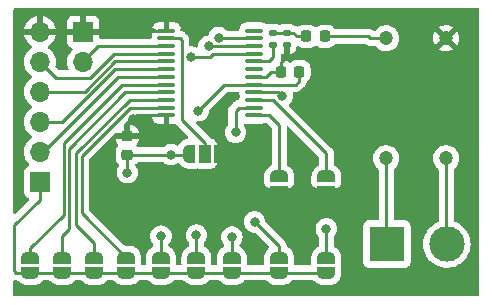
<source format=gbr>
G04 #@! TF.GenerationSoftware,KiCad,Pcbnew,(6.0.2)*
G04 #@! TF.CreationDate,2022-07-04T11:46:19+05:00*
G04 #@! TF.ProjectId,18bit-DIT,31386269-742d-4444-9954-2e6b69636164,rev?*
G04 #@! TF.SameCoordinates,Original*
G04 #@! TF.FileFunction,Copper,L1,Top*
G04 #@! TF.FilePolarity,Positive*
%FSLAX46Y46*%
G04 Gerber Fmt 4.6, Leading zero omitted, Abs format (unit mm)*
G04 Created by KiCad (PCBNEW (6.0.2)) date 2022-07-04 11:46:19*
%MOMM*%
%LPD*%
G01*
G04 APERTURE LIST*
G04 Aperture macros list*
%AMRoundRect*
0 Rectangle with rounded corners*
0 $1 Rounding radius*
0 $2 $3 $4 $5 $6 $7 $8 $9 X,Y pos of 4 corners*
0 Add a 4 corners polygon primitive as box body*
4,1,4,$2,$3,$4,$5,$6,$7,$8,$9,$2,$3,0*
0 Add four circle primitives for the rounded corners*
1,1,$1+$1,$2,$3*
1,1,$1+$1,$4,$5*
1,1,$1+$1,$6,$7*
1,1,$1+$1,$8,$9*
0 Add four rect primitives between the rounded corners*
20,1,$1+$1,$2,$3,$4,$5,0*
20,1,$1+$1,$4,$5,$6,$7,0*
20,1,$1+$1,$6,$7,$8,$9,0*
20,1,$1+$1,$8,$9,$2,$3,0*%
%AMFreePoly0*
4,1,22,0.500000,-0.750000,0.000000,-0.750000,0.000000,-0.745033,-0.079941,-0.743568,-0.215256,-0.701293,-0.333266,-0.622738,-0.424486,-0.514219,-0.481581,-0.384460,-0.499164,-0.250000,-0.500000,-0.250000,-0.500000,0.250000,-0.499164,0.250000,-0.499963,0.256109,-0.478152,0.396186,-0.417904,0.524511,-0.324060,0.630769,-0.204165,0.706417,-0.067858,0.745374,0.000000,0.744959,0.000000,0.750000,
0.500000,0.750000,0.500000,-0.750000,0.500000,-0.750000,$1*%
%AMFreePoly1*
4,1,20,0.000000,0.744959,0.073905,0.744508,0.209726,0.703889,0.328688,0.626782,0.421226,0.519385,0.479903,0.390333,0.500000,0.250000,0.500000,-0.250000,0.499851,-0.262216,0.476331,-0.402017,0.414519,-0.529596,0.319384,-0.634700,0.198574,-0.708877,0.061801,-0.746166,0.000000,-0.745033,0.000000,-0.750000,-0.500000,-0.750000,-0.500000,0.750000,0.000000,0.750000,0.000000,0.744959,
0.000000,0.744959,$1*%
%AMFreePoly2*
4,1,22,0.550000,-0.750000,0.000000,-0.750000,0.000000,-0.745033,-0.079941,-0.743568,-0.215256,-0.701293,-0.333266,-0.622738,-0.424486,-0.514219,-0.481581,-0.384460,-0.499164,-0.250000,-0.500000,-0.250000,-0.500000,0.250000,-0.499164,0.250000,-0.499963,0.256109,-0.478152,0.396186,-0.417904,0.524511,-0.324060,0.630769,-0.204165,0.706417,-0.067858,0.745374,0.000000,0.744959,0.000000,0.750000,
0.550000,0.750000,0.550000,-0.750000,0.550000,-0.750000,$1*%
%AMFreePoly3*
4,1,20,0.000000,0.744959,0.073905,0.744508,0.209726,0.703889,0.328688,0.626782,0.421226,0.519385,0.479903,0.390333,0.500000,0.250000,0.500000,-0.250000,0.499851,-0.262216,0.476331,-0.402017,0.414519,-0.529596,0.319384,-0.634700,0.198574,-0.708877,0.061801,-0.746166,0.000000,-0.745033,0.000000,-0.750000,-0.550000,-0.750000,-0.550000,0.750000,0.000000,0.750000,0.000000,0.744959,
0.000000,0.744959,$1*%
G04 Aperture macros list end*
G04 #@! TA.AperFunction,SMDPad,CuDef*
%ADD10RoundRect,0.218750X0.218750X0.256250X-0.218750X0.256250X-0.218750X-0.256250X0.218750X-0.256250X0*%
G04 #@! TD*
G04 #@! TA.AperFunction,ComponentPad*
%ADD11R,1.700000X1.700000*%
G04 #@! TD*
G04 #@! TA.AperFunction,ComponentPad*
%ADD12O,1.700000X1.700000*%
G04 #@! TD*
G04 #@! TA.AperFunction,ComponentPad*
%ADD13R,3.000000X3.000000*%
G04 #@! TD*
G04 #@! TA.AperFunction,ComponentPad*
%ADD14C,3.000000*%
G04 #@! TD*
G04 #@! TA.AperFunction,SMDPad,CuDef*
%ADD15RoundRect,0.147500X-0.172500X0.147500X-0.172500X-0.147500X0.172500X-0.147500X0.172500X0.147500X0*%
G04 #@! TD*
G04 #@! TA.AperFunction,SMDPad,CuDef*
%ADD16RoundRect,0.100000X-0.637500X-0.100000X0.637500X-0.100000X0.637500X0.100000X-0.637500X0.100000X0*%
G04 #@! TD*
G04 #@! TA.AperFunction,SMDPad,CuDef*
%ADD17RoundRect,0.218750X0.256250X-0.218750X0.256250X0.218750X-0.256250X0.218750X-0.256250X-0.218750X0*%
G04 #@! TD*
G04 #@! TA.AperFunction,SMDPad,CuDef*
%ADD18FreePoly0,90.000000*%
G04 #@! TD*
G04 #@! TA.AperFunction,SMDPad,CuDef*
%ADD19FreePoly1,90.000000*%
G04 #@! TD*
G04 #@! TA.AperFunction,ComponentPad*
%ADD20C,1.200000*%
G04 #@! TD*
G04 #@! TA.AperFunction,SMDPad,CuDef*
%ADD21FreePoly2,0.000000*%
G04 #@! TD*
G04 #@! TA.AperFunction,SMDPad,CuDef*
%ADD22R,1.000000X1.500000*%
G04 #@! TD*
G04 #@! TA.AperFunction,SMDPad,CuDef*
%ADD23FreePoly3,0.000000*%
G04 #@! TD*
G04 #@! TA.AperFunction,SMDPad,CuDef*
%ADD24RoundRect,0.218750X-0.218750X-0.256250X0.218750X-0.256250X0.218750X0.256250X-0.218750X0.256250X0*%
G04 #@! TD*
G04 #@! TA.AperFunction,ViaPad*
%ADD25C,0.800000*%
G04 #@! TD*
G04 #@! TA.AperFunction,Conductor*
%ADD26C,0.250000*%
G04 #@! TD*
G04 APERTURE END LIST*
D10*
X150877500Y-55490000D03*
X149302500Y-55490000D03*
D11*
X126746000Y-67818000D03*
D12*
X126746000Y-65278000D03*
X126746000Y-62738000D03*
X126746000Y-60198000D03*
X126746000Y-57658000D03*
X126746000Y-55118000D03*
D13*
X156120000Y-73080000D03*
D14*
X161200000Y-73080000D03*
D15*
X146500000Y-55215000D03*
X146500000Y-56185000D03*
X147640000Y-55215000D03*
X147640000Y-56185000D03*
D16*
X137457500Y-55015000D03*
X137457500Y-55665000D03*
X137457500Y-56315000D03*
X137457500Y-56965000D03*
X137457500Y-57615000D03*
X137457500Y-58265000D03*
X137457500Y-58915000D03*
X137457500Y-59565000D03*
X137457500Y-60215000D03*
X137457500Y-60865000D03*
X137457500Y-61515000D03*
X137457500Y-62165000D03*
X144882500Y-62165000D03*
X144882500Y-61515000D03*
X144882500Y-60865000D03*
X144882500Y-60215000D03*
X144882500Y-59565000D03*
X144882500Y-58915000D03*
X144882500Y-58265000D03*
X144882500Y-57615000D03*
X144882500Y-56965000D03*
X144882500Y-56315000D03*
X144882500Y-55665000D03*
X144882500Y-55015000D03*
D17*
X134150000Y-65497500D03*
X134150000Y-63922500D03*
D18*
X125950000Y-75520000D03*
D19*
X125950000Y-74220000D03*
D18*
X128650000Y-75520000D03*
D19*
X128650000Y-74220000D03*
D18*
X131350000Y-75520000D03*
D19*
X131350000Y-74220000D03*
D18*
X134050000Y-75520000D03*
D19*
X134050000Y-74220000D03*
D18*
X147000000Y-75520000D03*
D19*
X147000000Y-74220000D03*
D18*
X143000000Y-75520000D03*
D19*
X143000000Y-74220000D03*
D18*
X151000000Y-75520000D03*
D19*
X151000000Y-74220000D03*
D18*
X140000000Y-75520000D03*
D19*
X140000000Y-74220000D03*
D18*
X137000000Y-75520000D03*
D19*
X137000000Y-74220000D03*
D18*
X147000000Y-68650000D03*
D19*
X147000000Y-67350000D03*
D18*
X151000000Y-68650000D03*
D19*
X151000000Y-67350000D03*
D20*
X156060000Y-55650000D03*
X161140000Y-55650000D03*
X156060000Y-65810000D03*
X161140000Y-65810000D03*
D21*
X139400000Y-65420000D03*
D22*
X140700000Y-65420000D03*
D23*
X142000000Y-65420000D03*
D24*
X147142500Y-58480000D03*
X148717500Y-58480000D03*
D11*
X130410000Y-55110000D03*
D12*
X130410000Y-57650000D03*
D25*
X134150000Y-67020000D03*
X137852500Y-65497500D03*
X140160000Y-61770000D03*
X151040000Y-60840000D03*
X156910000Y-63230000D03*
X134560000Y-69410000D03*
X139120000Y-69410000D03*
X134615000Y-62505000D03*
X143310000Y-63600000D03*
X144930000Y-71190000D03*
X143000000Y-72470000D03*
X141888517Y-55589990D03*
X147260000Y-60530000D03*
X151000000Y-71780000D03*
X141050000Y-56320000D03*
X140000000Y-72320000D03*
X137000000Y-72400000D03*
X139510000Y-57220000D03*
D26*
X137852500Y-65497500D02*
X139322500Y-65497500D01*
X126746000Y-69324000D02*
X124580000Y-71490000D01*
X142365000Y-59565000D02*
X144882500Y-59565000D01*
X144882500Y-59565000D02*
X148395000Y-59565000D01*
X139322500Y-65497500D02*
X139400000Y-65420000D01*
X148717500Y-59242500D02*
X148717500Y-58480000D01*
X125950000Y-75520000D02*
X151000000Y-75520000D01*
X124740000Y-75520000D02*
X125950000Y-75520000D01*
X124580000Y-75360000D02*
X124740000Y-75520000D01*
X148395000Y-59565000D02*
X148717500Y-59242500D01*
X142365000Y-59565000D02*
X140160000Y-61770000D01*
X124580000Y-71490000D02*
X124580000Y-75360000D01*
X134150000Y-67020000D02*
X134150000Y-65497500D01*
X134150000Y-65497500D02*
X137852500Y-65497500D01*
X126746000Y-67818000D02*
X126746000Y-69324000D01*
X148490000Y-55490000D02*
X149302500Y-55490000D01*
X148215000Y-55215000D02*
X148490000Y-55490000D01*
X147640000Y-55215000D02*
X148215000Y-55215000D01*
X146500000Y-55215000D02*
X147640000Y-55215000D01*
X150877500Y-55490000D02*
X154550000Y-55490000D01*
X154710000Y-55650000D02*
X156060000Y-55650000D01*
X154550000Y-55490000D02*
X154710000Y-55650000D01*
X134925000Y-55015000D02*
X130405000Y-55015000D01*
X134615000Y-62505000D02*
X134260000Y-62860000D01*
X130405000Y-55015000D02*
X130302000Y-55118000D01*
X146310000Y-58480000D02*
X147142500Y-58480000D01*
X147142500Y-57627500D02*
X147142500Y-58480000D01*
X145980000Y-68650000D02*
X142750000Y-65420000D01*
X147640000Y-57130000D02*
X147142500Y-57627500D01*
X144882500Y-58915000D02*
X145875000Y-58915000D01*
X134150000Y-63922500D02*
X134150000Y-62970000D01*
X126746000Y-55118000D02*
X127948081Y-55118000D01*
X137457500Y-62165000D02*
X134955000Y-62165000D01*
X147000000Y-68650000D02*
X145980000Y-68650000D01*
X147640000Y-56185000D02*
X147640000Y-57130000D01*
X147000000Y-68650000D02*
X151000000Y-68650000D01*
X134150000Y-62970000D02*
X134615000Y-62505000D01*
X142750000Y-65420000D02*
X142000000Y-65420000D01*
X127948081Y-55118000D02*
X130302000Y-55118000D01*
X134955000Y-62165000D02*
X134615000Y-62505000D01*
X145875000Y-58915000D02*
X146310000Y-58480000D01*
X137457500Y-55015000D02*
X134925000Y-55015000D01*
X137457500Y-56965000D02*
X133035000Y-56965000D01*
X131000000Y-59000000D02*
X133035000Y-56965000D01*
X126746000Y-57658000D02*
X128088000Y-59000000D01*
X128088000Y-59000000D02*
X131000000Y-59000000D01*
X137457500Y-57615000D02*
X133112179Y-57615000D01*
X130529179Y-60198000D02*
X133112179Y-57615000D01*
X126746000Y-60198000D02*
X130529179Y-60198000D01*
X137457500Y-58265000D02*
X133098590Y-58265000D01*
X128625590Y-62738000D02*
X133098590Y-58265000D01*
X126746000Y-62738000D02*
X128625590Y-62738000D01*
X137457500Y-58915000D02*
X133365000Y-58915000D01*
X126746000Y-65278000D02*
X127002000Y-65278000D01*
X127002000Y-65278000D02*
X133365000Y-58915000D01*
X130302000Y-57658000D02*
X131645000Y-56315000D01*
X137457500Y-56315000D02*
X131645000Y-56315000D01*
X161140000Y-65810000D02*
X161140000Y-73020000D01*
X161140000Y-73020000D02*
X161200000Y-73080000D01*
X156060000Y-65810000D02*
X156060000Y-73020000D01*
X156060000Y-73020000D02*
X156120000Y-73080000D01*
X146500000Y-57260000D02*
X146500000Y-56185000D01*
X146145000Y-57615000D02*
X146500000Y-57260000D01*
X144882500Y-57615000D02*
X146145000Y-57615000D01*
X128750000Y-64530000D02*
X128750000Y-70600000D01*
X128750000Y-70600000D02*
X125950000Y-73400000D01*
X133715000Y-59565000D02*
X128750000Y-64530000D01*
X125950000Y-73400000D02*
X125950000Y-74220000D01*
X137457500Y-59565000D02*
X133715000Y-59565000D01*
X128650000Y-72360000D02*
X128650000Y-74220000D01*
X129200000Y-71810000D02*
X128650000Y-72360000D01*
X133985000Y-60215000D02*
X129200000Y-65000000D01*
X137457500Y-60215000D02*
X133985000Y-60215000D01*
X129200000Y-65000000D02*
X129200000Y-71810000D01*
X131350000Y-73000000D02*
X131350000Y-74220000D01*
X129820000Y-65400000D02*
X129820000Y-71470000D01*
X137457500Y-60865000D02*
X134355000Y-60865000D01*
X134355000Y-60865000D02*
X129820000Y-65400000D01*
X129820000Y-71470000D02*
X131350000Y-73000000D01*
X134391998Y-61515000D02*
X130310000Y-65596998D01*
X130310000Y-70480000D02*
X134050000Y-74220000D01*
X137457500Y-61515000D02*
X134391998Y-61515000D01*
X130310000Y-65596998D02*
X130310000Y-70480000D01*
X143310000Y-61810000D02*
X143310000Y-63600000D01*
X147000000Y-73260000D02*
X144930000Y-71190000D01*
X147000000Y-74220000D02*
X147000000Y-73260000D01*
X143605000Y-61515000D02*
X143310000Y-61810000D01*
X144882500Y-61515000D02*
X143605000Y-61515000D01*
X141963527Y-55665000D02*
X141888517Y-55589990D01*
X144882500Y-55665000D02*
X141963527Y-55665000D01*
X141888517Y-55648517D02*
X141888517Y-55589990D01*
X143000000Y-74220000D02*
X143000000Y-72470000D01*
X141905000Y-55665000D02*
X141888517Y-55648517D01*
X151000000Y-74220000D02*
X151000000Y-71780000D01*
X144882500Y-60215000D02*
X146945000Y-60215000D01*
X146945000Y-60215000D02*
X147260000Y-60530000D01*
X144882500Y-56315000D02*
X141055000Y-56315000D01*
X140000000Y-74220000D02*
X140000000Y-72320000D01*
X141055000Y-56315000D02*
X141050000Y-56320000D01*
X146165000Y-62165000D02*
X147000000Y-63000000D01*
X144882500Y-62165000D02*
X146165000Y-62165000D01*
X147000000Y-63000000D02*
X147000000Y-67350000D01*
X151000000Y-65400000D02*
X151000000Y-67350000D01*
X146465000Y-60865000D02*
X151000000Y-65400000D01*
X144882500Y-60865000D02*
X146465000Y-60865000D01*
X138760000Y-62550000D02*
X138760000Y-55810000D01*
X137457500Y-55665000D02*
X138615000Y-55665000D01*
X138760000Y-55810000D02*
X138615000Y-55665000D01*
X140700000Y-64490000D02*
X138760000Y-62550000D01*
X140700000Y-65420000D02*
X140700000Y-64490000D01*
X137000000Y-74220000D02*
X137000000Y-72400000D01*
X141390683Y-56965000D02*
X144882500Y-56965000D01*
X141390683Y-56965000D02*
X141135683Y-57220000D01*
X141135683Y-57220000D02*
X139510000Y-57220000D01*
G04 #@! TA.AperFunction,Conductor*
G36*
X163884121Y-53128002D02*
G01*
X163930614Y-53181658D01*
X163942000Y-53234000D01*
X163942000Y-77366000D01*
X163921998Y-77434121D01*
X163868342Y-77480614D01*
X163816000Y-77492000D01*
X124614499Y-77492000D01*
X124546378Y-77471998D01*
X124499885Y-77418342D01*
X124488499Y-77365901D01*
X124489361Y-76272035D01*
X124509417Y-76203930D01*
X124563109Y-76157479D01*
X124633391Y-76147431D01*
X124646692Y-76150092D01*
X124652284Y-76151528D01*
X124652294Y-76151529D01*
X124659970Y-76153500D01*
X124680224Y-76153500D01*
X124699934Y-76155051D01*
X124719943Y-76158220D01*
X124727835Y-76157474D01*
X124763961Y-76154059D01*
X124775819Y-76153500D01*
X124849832Y-76153500D01*
X124917953Y-76173502D01*
X124945785Y-76197836D01*
X124972337Y-76229034D01*
X124975246Y-76232452D01*
X125082597Y-76327260D01*
X125086334Y-76329715D01*
X125086337Y-76329717D01*
X125189054Y-76397189D01*
X125204334Y-76407226D01*
X125208391Y-76409131D01*
X125208395Y-76409133D01*
X125233411Y-76420878D01*
X125333979Y-76468095D01*
X125338262Y-76469404D01*
X125338266Y-76469406D01*
X125362304Y-76476755D01*
X125473277Y-76510683D01*
X125477700Y-76511372D01*
X125477706Y-76511373D01*
X125537568Y-76520693D01*
X125614795Y-76532717D01*
X125619262Y-76532772D01*
X125619267Y-76532772D01*
X125692831Y-76533671D01*
X125760438Y-76534497D01*
X125764723Y-76533937D01*
X125771760Y-76533729D01*
X126161047Y-76533729D01*
X126161047Y-76533727D01*
X126164014Y-76533318D01*
X126260438Y-76534496D01*
X126264880Y-76533915D01*
X126264883Y-76533915D01*
X126398002Y-76516508D01*
X126398004Y-76516508D01*
X126402452Y-76515926D01*
X126542748Y-76476755D01*
X126673841Y-76419072D01*
X126748955Y-76372317D01*
X126793694Y-76344470D01*
X126793698Y-76344467D01*
X126797496Y-76342103D01*
X126907131Y-76249946D01*
X126955797Y-76195517D01*
X127016112Y-76158067D01*
X127049726Y-76153500D01*
X127549832Y-76153500D01*
X127617953Y-76173502D01*
X127645785Y-76197836D01*
X127672337Y-76229034D01*
X127675246Y-76232452D01*
X127782597Y-76327260D01*
X127786334Y-76329715D01*
X127786337Y-76329717D01*
X127889054Y-76397189D01*
X127904334Y-76407226D01*
X127908391Y-76409131D01*
X127908395Y-76409133D01*
X127933411Y-76420878D01*
X128033979Y-76468095D01*
X128038262Y-76469404D01*
X128038266Y-76469406D01*
X128062304Y-76476755D01*
X128173277Y-76510683D01*
X128177700Y-76511372D01*
X128177706Y-76511373D01*
X128237568Y-76520693D01*
X128314795Y-76532717D01*
X128319262Y-76532772D01*
X128319267Y-76532772D01*
X128392831Y-76533671D01*
X128460438Y-76534497D01*
X128464723Y-76533937D01*
X128471760Y-76533729D01*
X128861047Y-76533729D01*
X128861047Y-76533727D01*
X128864014Y-76533318D01*
X128960438Y-76534496D01*
X128964880Y-76533915D01*
X128964883Y-76533915D01*
X129098002Y-76516508D01*
X129098004Y-76516508D01*
X129102452Y-76515926D01*
X129242748Y-76476755D01*
X129373841Y-76419072D01*
X129448955Y-76372317D01*
X129493694Y-76344470D01*
X129493698Y-76344467D01*
X129497496Y-76342103D01*
X129607131Y-76249946D01*
X129655797Y-76195517D01*
X129716112Y-76158067D01*
X129749726Y-76153500D01*
X130249832Y-76153500D01*
X130317953Y-76173502D01*
X130345785Y-76197836D01*
X130372337Y-76229034D01*
X130375246Y-76232452D01*
X130482597Y-76327260D01*
X130486334Y-76329715D01*
X130486337Y-76329717D01*
X130589054Y-76397189D01*
X130604334Y-76407226D01*
X130608391Y-76409131D01*
X130608395Y-76409133D01*
X130633411Y-76420878D01*
X130733979Y-76468095D01*
X130738262Y-76469404D01*
X130738266Y-76469406D01*
X130762304Y-76476755D01*
X130873277Y-76510683D01*
X130877700Y-76511372D01*
X130877706Y-76511373D01*
X130937568Y-76520693D01*
X131014795Y-76532717D01*
X131019262Y-76532772D01*
X131019267Y-76532772D01*
X131092831Y-76533671D01*
X131160438Y-76534497D01*
X131164723Y-76533937D01*
X131171760Y-76533729D01*
X131561047Y-76533729D01*
X131561047Y-76533727D01*
X131564014Y-76533318D01*
X131660438Y-76534496D01*
X131664880Y-76533915D01*
X131664883Y-76533915D01*
X131798002Y-76516508D01*
X131798004Y-76516508D01*
X131802452Y-76515926D01*
X131942748Y-76476755D01*
X132073841Y-76419072D01*
X132148955Y-76372317D01*
X132193694Y-76344470D01*
X132193698Y-76344467D01*
X132197496Y-76342103D01*
X132307131Y-76249946D01*
X132355797Y-76195517D01*
X132416112Y-76158067D01*
X132449726Y-76153500D01*
X132949832Y-76153500D01*
X133017953Y-76173502D01*
X133045785Y-76197836D01*
X133072337Y-76229034D01*
X133075246Y-76232452D01*
X133182597Y-76327260D01*
X133186334Y-76329715D01*
X133186337Y-76329717D01*
X133289054Y-76397189D01*
X133304334Y-76407226D01*
X133308391Y-76409131D01*
X133308395Y-76409133D01*
X133333411Y-76420878D01*
X133433979Y-76468095D01*
X133438262Y-76469404D01*
X133438266Y-76469406D01*
X133462304Y-76476755D01*
X133573277Y-76510683D01*
X133577700Y-76511372D01*
X133577706Y-76511373D01*
X133637568Y-76520693D01*
X133714795Y-76532717D01*
X133719262Y-76532772D01*
X133719267Y-76532772D01*
X133792831Y-76533671D01*
X133860438Y-76534497D01*
X133864723Y-76533937D01*
X133871760Y-76533729D01*
X134261047Y-76533729D01*
X134261047Y-76533727D01*
X134264014Y-76533318D01*
X134360438Y-76534496D01*
X134364880Y-76533915D01*
X134364883Y-76533915D01*
X134498002Y-76516508D01*
X134498004Y-76516508D01*
X134502452Y-76515926D01*
X134642748Y-76476755D01*
X134773841Y-76419072D01*
X134848955Y-76372317D01*
X134893694Y-76344470D01*
X134893698Y-76344467D01*
X134897496Y-76342103D01*
X135007131Y-76249946D01*
X135055797Y-76195517D01*
X135116112Y-76158067D01*
X135149726Y-76153500D01*
X135899832Y-76153500D01*
X135967953Y-76173502D01*
X135995785Y-76197836D01*
X136022337Y-76229034D01*
X136025246Y-76232452D01*
X136132597Y-76327260D01*
X136136334Y-76329715D01*
X136136337Y-76329717D01*
X136239054Y-76397189D01*
X136254334Y-76407226D01*
X136258391Y-76409131D01*
X136258395Y-76409133D01*
X136283411Y-76420878D01*
X136383979Y-76468095D01*
X136388262Y-76469404D01*
X136388266Y-76469406D01*
X136412304Y-76476755D01*
X136523277Y-76510683D01*
X136527700Y-76511372D01*
X136527706Y-76511373D01*
X136587568Y-76520693D01*
X136664795Y-76532717D01*
X136669262Y-76532772D01*
X136669267Y-76532772D01*
X136742831Y-76533671D01*
X136810438Y-76534497D01*
X136814723Y-76533937D01*
X136821760Y-76533729D01*
X137211047Y-76533729D01*
X137211047Y-76533727D01*
X137214014Y-76533318D01*
X137310438Y-76534496D01*
X137314880Y-76533915D01*
X137314883Y-76533915D01*
X137448002Y-76516508D01*
X137448004Y-76516508D01*
X137452452Y-76515926D01*
X137592748Y-76476755D01*
X137723841Y-76419072D01*
X137798955Y-76372317D01*
X137843694Y-76344470D01*
X137843698Y-76344467D01*
X137847496Y-76342103D01*
X137957131Y-76249946D01*
X138005797Y-76195517D01*
X138066112Y-76158067D01*
X138099726Y-76153500D01*
X138899832Y-76153500D01*
X138967953Y-76173502D01*
X138995785Y-76197836D01*
X139022337Y-76229034D01*
X139025246Y-76232452D01*
X139132597Y-76327260D01*
X139136334Y-76329715D01*
X139136337Y-76329717D01*
X139239054Y-76397189D01*
X139254334Y-76407226D01*
X139258391Y-76409131D01*
X139258395Y-76409133D01*
X139283411Y-76420878D01*
X139383979Y-76468095D01*
X139388262Y-76469404D01*
X139388266Y-76469406D01*
X139412304Y-76476755D01*
X139523277Y-76510683D01*
X139527700Y-76511372D01*
X139527706Y-76511373D01*
X139587568Y-76520693D01*
X139664795Y-76532717D01*
X139669262Y-76532772D01*
X139669267Y-76532772D01*
X139742831Y-76533671D01*
X139810438Y-76534497D01*
X139814723Y-76533937D01*
X139821760Y-76533729D01*
X140211047Y-76533729D01*
X140211047Y-76533727D01*
X140214014Y-76533318D01*
X140310438Y-76534496D01*
X140314880Y-76533915D01*
X140314883Y-76533915D01*
X140448002Y-76516508D01*
X140448004Y-76516508D01*
X140452452Y-76515926D01*
X140592748Y-76476755D01*
X140723841Y-76419072D01*
X140798955Y-76372317D01*
X140843694Y-76344470D01*
X140843698Y-76344467D01*
X140847496Y-76342103D01*
X140957131Y-76249946D01*
X141005797Y-76195517D01*
X141066112Y-76158067D01*
X141099726Y-76153500D01*
X141899832Y-76153500D01*
X141967953Y-76173502D01*
X141995785Y-76197836D01*
X142022337Y-76229034D01*
X142025246Y-76232452D01*
X142132597Y-76327260D01*
X142136334Y-76329715D01*
X142136337Y-76329717D01*
X142239054Y-76397189D01*
X142254334Y-76407226D01*
X142258391Y-76409131D01*
X142258395Y-76409133D01*
X142283411Y-76420878D01*
X142383979Y-76468095D01*
X142388262Y-76469404D01*
X142388266Y-76469406D01*
X142412304Y-76476755D01*
X142523277Y-76510683D01*
X142527700Y-76511372D01*
X142527706Y-76511373D01*
X142587568Y-76520693D01*
X142664795Y-76532717D01*
X142669262Y-76532772D01*
X142669267Y-76532772D01*
X142742831Y-76533671D01*
X142810438Y-76534497D01*
X142814723Y-76533937D01*
X142821760Y-76533729D01*
X143211047Y-76533729D01*
X143211047Y-76533727D01*
X143214014Y-76533318D01*
X143310438Y-76534496D01*
X143314880Y-76533915D01*
X143314883Y-76533915D01*
X143448002Y-76516508D01*
X143448004Y-76516508D01*
X143452452Y-76515926D01*
X143592748Y-76476755D01*
X143723841Y-76419072D01*
X143798955Y-76372317D01*
X143843694Y-76344470D01*
X143843698Y-76344467D01*
X143847496Y-76342103D01*
X143957131Y-76249946D01*
X144005797Y-76195517D01*
X144066112Y-76158067D01*
X144099726Y-76153500D01*
X145899832Y-76153500D01*
X145967953Y-76173502D01*
X145995785Y-76197836D01*
X146022337Y-76229034D01*
X146025246Y-76232452D01*
X146132597Y-76327260D01*
X146136334Y-76329715D01*
X146136337Y-76329717D01*
X146239054Y-76397189D01*
X146254334Y-76407226D01*
X146258391Y-76409131D01*
X146258395Y-76409133D01*
X146283411Y-76420878D01*
X146383979Y-76468095D01*
X146388262Y-76469404D01*
X146388266Y-76469406D01*
X146412304Y-76476755D01*
X146523277Y-76510683D01*
X146527700Y-76511372D01*
X146527706Y-76511373D01*
X146587568Y-76520693D01*
X146664795Y-76532717D01*
X146669262Y-76532772D01*
X146669267Y-76532772D01*
X146742831Y-76533671D01*
X146810438Y-76534497D01*
X146814723Y-76533937D01*
X146821760Y-76533729D01*
X147211047Y-76533729D01*
X147211047Y-76533727D01*
X147214014Y-76533318D01*
X147310438Y-76534496D01*
X147314880Y-76533915D01*
X147314883Y-76533915D01*
X147448002Y-76516508D01*
X147448004Y-76516508D01*
X147452452Y-76515926D01*
X147592748Y-76476755D01*
X147723841Y-76419072D01*
X147798955Y-76372317D01*
X147843694Y-76344470D01*
X147843698Y-76344467D01*
X147847496Y-76342103D01*
X147957131Y-76249946D01*
X148005797Y-76195517D01*
X148066112Y-76158067D01*
X148099726Y-76153500D01*
X149899832Y-76153500D01*
X149967953Y-76173502D01*
X149995785Y-76197836D01*
X150022337Y-76229034D01*
X150025246Y-76232452D01*
X150132597Y-76327260D01*
X150136334Y-76329715D01*
X150136337Y-76329717D01*
X150239054Y-76397189D01*
X150254334Y-76407226D01*
X150258391Y-76409131D01*
X150258395Y-76409133D01*
X150283411Y-76420878D01*
X150383979Y-76468095D01*
X150388262Y-76469404D01*
X150388266Y-76469406D01*
X150412304Y-76476755D01*
X150523277Y-76510683D01*
X150527700Y-76511372D01*
X150527706Y-76511373D01*
X150587568Y-76520693D01*
X150664795Y-76532717D01*
X150669262Y-76532772D01*
X150669267Y-76532772D01*
X150742831Y-76533671D01*
X150810438Y-76534497D01*
X150814723Y-76533937D01*
X150821760Y-76533729D01*
X151211047Y-76533729D01*
X151211047Y-76533727D01*
X151214014Y-76533318D01*
X151310438Y-76534496D01*
X151314880Y-76533915D01*
X151314883Y-76533915D01*
X151448002Y-76516508D01*
X151448004Y-76516508D01*
X151452452Y-76515926D01*
X151592748Y-76476755D01*
X151723841Y-76419072D01*
X151798955Y-76372317D01*
X151843694Y-76344470D01*
X151843698Y-76344467D01*
X151847496Y-76342103D01*
X151957131Y-76249946D01*
X152054218Y-76141361D01*
X152059664Y-76133181D01*
X152131099Y-76025865D01*
X152131100Y-76025863D01*
X152133581Y-76022136D01*
X152196289Y-75890667D01*
X152238999Y-75753961D01*
X152262287Y-75610179D01*
X152264912Y-75466980D01*
X152264359Y-75462535D01*
X152264122Y-75458056D01*
X152264249Y-75458049D01*
X152263729Y-75449661D01*
X152263729Y-75020000D01*
X152258500Y-74946889D01*
X152247833Y-74910560D01*
X152244012Y-74857131D01*
X152244757Y-74851951D01*
X152263729Y-74720000D01*
X152263729Y-74628134D01*
X154111500Y-74628134D01*
X154118255Y-74690316D01*
X154169385Y-74826705D01*
X154256739Y-74943261D01*
X154373295Y-75030615D01*
X154509684Y-75081745D01*
X154571866Y-75088500D01*
X157668134Y-75088500D01*
X157730316Y-75081745D01*
X157866705Y-75030615D01*
X157983261Y-74943261D01*
X158070615Y-74826705D01*
X158121745Y-74690316D01*
X158128500Y-74628134D01*
X158128500Y-73058918D01*
X159186917Y-73058918D01*
X159202682Y-73332320D01*
X159203507Y-73336525D01*
X159203508Y-73336533D01*
X159217566Y-73408184D01*
X159255405Y-73601053D01*
X159256792Y-73605103D01*
X159256793Y-73605108D01*
X159342723Y-73856088D01*
X159344112Y-73860144D01*
X159346039Y-73863975D01*
X159432163Y-74035214D01*
X159467160Y-74104799D01*
X159469586Y-74108328D01*
X159469589Y-74108334D01*
X159506845Y-74162541D01*
X159622274Y-74330490D01*
X159806582Y-74533043D01*
X160016675Y-74708707D01*
X160020316Y-74710991D01*
X160245024Y-74851951D01*
X160245028Y-74851953D01*
X160248664Y-74854234D01*
X160316544Y-74884883D01*
X160494345Y-74965164D01*
X160494349Y-74965166D01*
X160498257Y-74966930D01*
X160502377Y-74968150D01*
X160502376Y-74968150D01*
X160756723Y-75043491D01*
X160756727Y-75043492D01*
X160760836Y-75044709D01*
X160765070Y-75045357D01*
X160765075Y-75045358D01*
X161027298Y-75085483D01*
X161027300Y-75085483D01*
X161031540Y-75086132D01*
X161170912Y-75088322D01*
X161301071Y-75090367D01*
X161301077Y-75090367D01*
X161305362Y-75090434D01*
X161577235Y-75057534D01*
X161842127Y-74988041D01*
X161846087Y-74986401D01*
X161846092Y-74986399D01*
X162029177Y-74910562D01*
X162095136Y-74883241D01*
X162249375Y-74793111D01*
X162327879Y-74747237D01*
X162327880Y-74747236D01*
X162331582Y-74745073D01*
X162547089Y-74576094D01*
X162588809Y-74533043D01*
X162734686Y-74382509D01*
X162737669Y-74379431D01*
X162740202Y-74375983D01*
X162740206Y-74375978D01*
X162897257Y-74162178D01*
X162899795Y-74158723D01*
X162906338Y-74146673D01*
X163028418Y-73921830D01*
X163028419Y-73921828D01*
X163030468Y-73918054D01*
X163127269Y-73661877D01*
X163162416Y-73508418D01*
X163187449Y-73399117D01*
X163187450Y-73399113D01*
X163188407Y-73394933D01*
X163191206Y-73363579D01*
X163212531Y-73124627D01*
X163212531Y-73124625D01*
X163212751Y-73122161D01*
X163213193Y-73080000D01*
X163212849Y-73074959D01*
X163194859Y-72811055D01*
X163194858Y-72811049D01*
X163194567Y-72806778D01*
X163190412Y-72786712D01*
X163139901Y-72542809D01*
X163139032Y-72538612D01*
X163047617Y-72280465D01*
X162922013Y-72037112D01*
X162912040Y-72022921D01*
X162803703Y-71868774D01*
X162764545Y-71813057D01*
X162673889Y-71715499D01*
X162581046Y-71615588D01*
X162581043Y-71615585D01*
X162578125Y-71612445D01*
X162574810Y-71609731D01*
X162574806Y-71609728D01*
X162432036Y-71492872D01*
X162366205Y-71438990D01*
X162132704Y-71295901D01*
X162115706Y-71288439D01*
X161952369Y-71216739D01*
X161881945Y-71185825D01*
X161877814Y-71184648D01*
X161877805Y-71184645D01*
X161864981Y-71180992D01*
X161804947Y-71143093D01*
X161774932Y-71078754D01*
X161773500Y-71059813D01*
X161773500Y-66784095D01*
X161793502Y-66715974D01*
X161818931Y-66687221D01*
X161922748Y-66600877D01*
X161927186Y-66597186D01*
X162057458Y-66440551D01*
X162157004Y-66262799D01*
X162158860Y-66257332D01*
X162158862Y-66257327D01*
X162220634Y-66075352D01*
X162220635Y-66075347D01*
X162222490Y-66069883D01*
X162251723Y-65868263D01*
X162253249Y-65810000D01*
X162234608Y-65607126D01*
X162193832Y-65462547D01*
X162180875Y-65416606D01*
X162180874Y-65416604D01*
X162179307Y-65411047D01*
X162169916Y-65392002D01*
X162091756Y-65233510D01*
X162089201Y-65228329D01*
X162070796Y-65203681D01*
X161970758Y-65069715D01*
X161970758Y-65069714D01*
X161967305Y-65065091D01*
X161851284Y-64957842D01*
X161821943Y-64930719D01*
X161821940Y-64930717D01*
X161817703Y-64926800D01*
X161771675Y-64897759D01*
X161650288Y-64821169D01*
X161650283Y-64821167D01*
X161645404Y-64818088D01*
X161456180Y-64742595D01*
X161256366Y-64702849D01*
X161250592Y-64702773D01*
X161250588Y-64702773D01*
X161147452Y-64701424D01*
X161052655Y-64700183D01*
X161046958Y-64701162D01*
X161046957Y-64701162D01*
X160857567Y-64733705D01*
X160851870Y-64734684D01*
X160660734Y-64805198D01*
X160655773Y-64808150D01*
X160655772Y-64808150D01*
X160622475Y-64827960D01*
X160485649Y-64909363D01*
X160332478Y-65043690D01*
X160328911Y-65048215D01*
X160328906Y-65048220D01*
X160264224Y-65130269D01*
X160206351Y-65203681D01*
X160203662Y-65208792D01*
X160203660Y-65208795D01*
X160159625Y-65292493D01*
X160111492Y-65383978D01*
X160051078Y-65578543D01*
X160027132Y-65780859D01*
X160040457Y-65984151D01*
X160090605Y-66181610D01*
X160175898Y-66366624D01*
X160293479Y-66532997D01*
X160297613Y-66537024D01*
X160406114Y-66642721D01*
X160439410Y-66675157D01*
X160450500Y-66682567D01*
X160496028Y-66737042D01*
X160506500Y-66787333D01*
X160506500Y-71108954D01*
X160486498Y-71177075D01*
X160429935Y-71224851D01*
X160289982Y-71284546D01*
X160289978Y-71284548D01*
X160286030Y-71286232D01*
X160266125Y-71298145D01*
X160054725Y-71424664D01*
X160054721Y-71424667D01*
X160051043Y-71426868D01*
X159837318Y-71598094D01*
X159796475Y-71641134D01*
X159654130Y-71791134D01*
X159648808Y-71796742D01*
X159489002Y-72019136D01*
X159360857Y-72261161D01*
X159359385Y-72265184D01*
X159359383Y-72265188D01*
X159279849Y-72482524D01*
X159266743Y-72518337D01*
X159208404Y-72785907D01*
X159208068Y-72790177D01*
X159189749Y-73022941D01*
X159186917Y-73058918D01*
X158128500Y-73058918D01*
X158128500Y-71531866D01*
X158121745Y-71469684D01*
X158070615Y-71333295D01*
X157983261Y-71216739D01*
X157866705Y-71129385D01*
X157730316Y-71078255D01*
X157668134Y-71071500D01*
X156819500Y-71071500D01*
X156751379Y-71051498D01*
X156704886Y-70997842D01*
X156693500Y-70945500D01*
X156693500Y-66784095D01*
X156713502Y-66715974D01*
X156738931Y-66687221D01*
X156842748Y-66600877D01*
X156847186Y-66597186D01*
X156977458Y-66440551D01*
X157077004Y-66262799D01*
X157078860Y-66257332D01*
X157078862Y-66257327D01*
X157140634Y-66075352D01*
X157140635Y-66075347D01*
X157142490Y-66069883D01*
X157171723Y-65868263D01*
X157173249Y-65810000D01*
X157154608Y-65607126D01*
X157113832Y-65462547D01*
X157100875Y-65416606D01*
X157100874Y-65416604D01*
X157099307Y-65411047D01*
X157089916Y-65392002D01*
X157011756Y-65233510D01*
X157009201Y-65228329D01*
X156990796Y-65203681D01*
X156890758Y-65069715D01*
X156890758Y-65069714D01*
X156887305Y-65065091D01*
X156771284Y-64957842D01*
X156741943Y-64930719D01*
X156741940Y-64930717D01*
X156737703Y-64926800D01*
X156691675Y-64897759D01*
X156570288Y-64821169D01*
X156570283Y-64821167D01*
X156565404Y-64818088D01*
X156376180Y-64742595D01*
X156176366Y-64702849D01*
X156170592Y-64702773D01*
X156170588Y-64702773D01*
X156067452Y-64701424D01*
X155972655Y-64700183D01*
X155966958Y-64701162D01*
X155966957Y-64701162D01*
X155777567Y-64733705D01*
X155771870Y-64734684D01*
X155580734Y-64805198D01*
X155575773Y-64808150D01*
X155575772Y-64808150D01*
X155542475Y-64827960D01*
X155405649Y-64909363D01*
X155252478Y-65043690D01*
X155248911Y-65048215D01*
X155248906Y-65048220D01*
X155184224Y-65130269D01*
X155126351Y-65203681D01*
X155123662Y-65208792D01*
X155123660Y-65208795D01*
X155079625Y-65292493D01*
X155031492Y-65383978D01*
X154971078Y-65578543D01*
X154947132Y-65780859D01*
X154960457Y-65984151D01*
X155010605Y-66181610D01*
X155095898Y-66366624D01*
X155213479Y-66532997D01*
X155217613Y-66537024D01*
X155326114Y-66642721D01*
X155359410Y-66675157D01*
X155370500Y-66682567D01*
X155416028Y-66737042D01*
X155426500Y-66787333D01*
X155426500Y-70945500D01*
X155406498Y-71013621D01*
X155352842Y-71060114D01*
X155300500Y-71071500D01*
X154571866Y-71071500D01*
X154509684Y-71078255D01*
X154373295Y-71129385D01*
X154256739Y-71216739D01*
X154169385Y-71333295D01*
X154118255Y-71469684D01*
X154111500Y-71531866D01*
X154111500Y-74628134D01*
X152263729Y-74628134D01*
X152263729Y-74232678D01*
X152263750Y-74230369D01*
X152264830Y-74171453D01*
X152264912Y-74166980D01*
X152246907Y-74022435D01*
X152209234Y-73884255D01*
X152199138Y-73860924D01*
X152153173Y-73754704D01*
X152153171Y-73754699D01*
X152151388Y-73750580D01*
X152076448Y-73628528D01*
X152059830Y-73608511D01*
X151986270Y-73519907D01*
X151986268Y-73519905D01*
X151983408Y-73516460D01*
X151877224Y-73420346D01*
X151854855Y-73405258D01*
X151760183Y-73341401D01*
X151760178Y-73341398D01*
X151756464Y-73338893D01*
X151704559Y-73313746D01*
X151651979Y-73266045D01*
X151633500Y-73200355D01*
X151633500Y-72482524D01*
X151653502Y-72414403D01*
X151665858Y-72398221D01*
X151739040Y-72316944D01*
X151834527Y-72151556D01*
X151893542Y-71969928D01*
X151895140Y-71954729D01*
X151912814Y-71786565D01*
X151913504Y-71780000D01*
X151895927Y-71612763D01*
X151894232Y-71596635D01*
X151894232Y-71596633D01*
X151893542Y-71590072D01*
X151834527Y-71408444D01*
X151739040Y-71243056D01*
X151697180Y-71196565D01*
X151615675Y-71106045D01*
X151615674Y-71106044D01*
X151611253Y-71101134D01*
X151472154Y-71000072D01*
X151462094Y-70992763D01*
X151462093Y-70992762D01*
X151456752Y-70988882D01*
X151450724Y-70986198D01*
X151450722Y-70986197D01*
X151288319Y-70913891D01*
X151288318Y-70913891D01*
X151282288Y-70911206D01*
X151188887Y-70891353D01*
X151101944Y-70872872D01*
X151101939Y-70872872D01*
X151095487Y-70871500D01*
X150904513Y-70871500D01*
X150898061Y-70872872D01*
X150898056Y-70872872D01*
X150811113Y-70891353D01*
X150717712Y-70911206D01*
X150711682Y-70913891D01*
X150711681Y-70913891D01*
X150549278Y-70986197D01*
X150549276Y-70986198D01*
X150543248Y-70988882D01*
X150537907Y-70992762D01*
X150537906Y-70992763D01*
X150527846Y-71000072D01*
X150388747Y-71101134D01*
X150384326Y-71106044D01*
X150384325Y-71106045D01*
X150302821Y-71196565D01*
X150260960Y-71243056D01*
X150165473Y-71408444D01*
X150106458Y-71590072D01*
X150105768Y-71596633D01*
X150105768Y-71596635D01*
X150104073Y-71612763D01*
X150086496Y-71780000D01*
X150087186Y-71786565D01*
X150104861Y-71954729D01*
X150106458Y-71969928D01*
X150165473Y-72151556D01*
X150260960Y-72316944D01*
X150334137Y-72398215D01*
X150364853Y-72462221D01*
X150366500Y-72482524D01*
X150366500Y-73199606D01*
X150346498Y-73267727D01*
X150292652Y-73314306D01*
X150269290Y-73324928D01*
X150269286Y-73324930D01*
X150265211Y-73326783D01*
X150142503Y-73405258D01*
X150034002Y-73498748D01*
X149938250Y-73608511D01*
X149935812Y-73612272D01*
X149935810Y-73612275D01*
X149890938Y-73681505D01*
X149860350Y-73728696D01*
X149858474Y-73732757D01*
X149858473Y-73732758D01*
X149801487Y-73856088D01*
X149799252Y-73860924D01*
X149782167Y-73918054D01*
X149770531Y-73956964D01*
X149758216Y-73998142D01*
X149757554Y-74002574D01*
X149757553Y-74002577D01*
X149742849Y-74100968D01*
X149736688Y-74142196D01*
X149735813Y-74285417D01*
X149736148Y-74287861D01*
X149736271Y-74291656D01*
X149736271Y-74720000D01*
X149738065Y-74745073D01*
X149738525Y-74751510D01*
X149723434Y-74820884D01*
X149673232Y-74871087D01*
X149612846Y-74886500D01*
X148385201Y-74886500D01*
X148317080Y-74866498D01*
X148270587Y-74812842D01*
X148260484Y-74742567D01*
X148263088Y-74724460D01*
X148263088Y-74724456D01*
X148263729Y-74720000D01*
X148263729Y-74232678D01*
X148263750Y-74230369D01*
X148264830Y-74171453D01*
X148264912Y-74166980D01*
X148246907Y-74022435D01*
X148209234Y-73884255D01*
X148199138Y-73860924D01*
X148153173Y-73754704D01*
X148153171Y-73754699D01*
X148151388Y-73750580D01*
X148076448Y-73628528D01*
X148059830Y-73608511D01*
X147986270Y-73519907D01*
X147986268Y-73519905D01*
X147983408Y-73516460D01*
X147877224Y-73420346D01*
X147854855Y-73405258D01*
X147760183Y-73341401D01*
X147760178Y-73341398D01*
X147756464Y-73338893D01*
X147703039Y-73313009D01*
X147650456Y-73265306D01*
X147632040Y-73203578D01*
X147630922Y-73168031D01*
X147630673Y-73160111D01*
X147625021Y-73140657D01*
X147621013Y-73121300D01*
X147619468Y-73109070D01*
X147619468Y-73109069D01*
X147618474Y-73101203D01*
X147611063Y-73082484D01*
X147602196Y-73060088D01*
X147598351Y-73048858D01*
X147588229Y-73014017D01*
X147588229Y-73014016D01*
X147586018Y-73006407D01*
X147581985Y-72999588D01*
X147581983Y-72999583D01*
X147575707Y-72988972D01*
X147567012Y-72971224D01*
X147559552Y-72952383D01*
X147533564Y-72916613D01*
X147527048Y-72906693D01*
X147508580Y-72875465D01*
X147508578Y-72875462D01*
X147504542Y-72868638D01*
X147490221Y-72854317D01*
X147477380Y-72839283D01*
X147470131Y-72829306D01*
X147465472Y-72822893D01*
X147431395Y-72794702D01*
X147422616Y-72786712D01*
X145877122Y-71241217D01*
X145843096Y-71178905D01*
X145840907Y-71165292D01*
X145824232Y-71006635D01*
X145824232Y-71006633D01*
X145823542Y-71000072D01*
X145764527Y-70818444D01*
X145669040Y-70653056D01*
X145541253Y-70511134D01*
X145386752Y-70398882D01*
X145380724Y-70396198D01*
X145380722Y-70396197D01*
X145218319Y-70323891D01*
X145218318Y-70323891D01*
X145212288Y-70321206D01*
X145118888Y-70301353D01*
X145031944Y-70282872D01*
X145031939Y-70282872D01*
X145025487Y-70281500D01*
X144834513Y-70281500D01*
X144828061Y-70282872D01*
X144828056Y-70282872D01*
X144741112Y-70301353D01*
X144647712Y-70321206D01*
X144641682Y-70323891D01*
X144641681Y-70323891D01*
X144479278Y-70396197D01*
X144479276Y-70396198D01*
X144473248Y-70398882D01*
X144318747Y-70511134D01*
X144190960Y-70653056D01*
X144095473Y-70818444D01*
X144036458Y-71000072D01*
X144016496Y-71190000D01*
X144017186Y-71196565D01*
X144027627Y-71295901D01*
X144036458Y-71379928D01*
X144095473Y-71561556D01*
X144098776Y-71567278D01*
X144098777Y-71567279D01*
X144122797Y-71608882D01*
X144190960Y-71726944D01*
X144195378Y-71731851D01*
X144195379Y-71731852D01*
X144246632Y-71788774D01*
X144318747Y-71868866D01*
X144473248Y-71981118D01*
X144479276Y-71983802D01*
X144479278Y-71983803D01*
X144641681Y-72056109D01*
X144647712Y-72058794D01*
X144741113Y-72078647D01*
X144828056Y-72097128D01*
X144828061Y-72097128D01*
X144834513Y-72098500D01*
X144890406Y-72098500D01*
X144958527Y-72118502D01*
X144979501Y-72135405D01*
X146103936Y-73259841D01*
X146137962Y-73322153D01*
X146132897Y-73392969D01*
X146097089Y-73444389D01*
X146034002Y-73498748D01*
X145938250Y-73608511D01*
X145935812Y-73612272D01*
X145935810Y-73612275D01*
X145890938Y-73681505D01*
X145860350Y-73728696D01*
X145858474Y-73732757D01*
X145858473Y-73732758D01*
X145801487Y-73856088D01*
X145799252Y-73860924D01*
X145782167Y-73918054D01*
X145770531Y-73956964D01*
X145758216Y-73998142D01*
X145757554Y-74002574D01*
X145757553Y-74002577D01*
X145742849Y-74100968D01*
X145736688Y-74142196D01*
X145735813Y-74285417D01*
X145736148Y-74287861D01*
X145736271Y-74291656D01*
X145736271Y-74720000D01*
X145738065Y-74745073D01*
X145738525Y-74751510D01*
X145723434Y-74820884D01*
X145673232Y-74871087D01*
X145612846Y-74886500D01*
X144385201Y-74886500D01*
X144317080Y-74866498D01*
X144270587Y-74812842D01*
X144260484Y-74742567D01*
X144263088Y-74724460D01*
X144263088Y-74724456D01*
X144263729Y-74720000D01*
X144263729Y-74232678D01*
X144263750Y-74230369D01*
X144264830Y-74171453D01*
X144264912Y-74166980D01*
X144246907Y-74022435D01*
X144209234Y-73884255D01*
X144199138Y-73860924D01*
X144153173Y-73754704D01*
X144153171Y-73754699D01*
X144151388Y-73750580D01*
X144076448Y-73628528D01*
X144059830Y-73608511D01*
X143986270Y-73519907D01*
X143986268Y-73519905D01*
X143983408Y-73516460D01*
X143877224Y-73420346D01*
X143854855Y-73405258D01*
X143760183Y-73341401D01*
X143760178Y-73341398D01*
X143756464Y-73338893D01*
X143704559Y-73313746D01*
X143651979Y-73266045D01*
X143633500Y-73200355D01*
X143633500Y-73172524D01*
X143653502Y-73104403D01*
X143665858Y-73088221D01*
X143739040Y-73006944D01*
X143825643Y-72856944D01*
X143831223Y-72847279D01*
X143831224Y-72847278D01*
X143834527Y-72841556D01*
X143893542Y-72659928D01*
X143900240Y-72596206D01*
X143912814Y-72476565D01*
X143913504Y-72470000D01*
X143897739Y-72320000D01*
X143894232Y-72286635D01*
X143894232Y-72286633D01*
X143893542Y-72280072D01*
X143834527Y-72098444D01*
X143739040Y-71933056D01*
X143684740Y-71872749D01*
X143615675Y-71796045D01*
X143615674Y-71796044D01*
X143611253Y-71791134D01*
X143456752Y-71678882D01*
X143450724Y-71676198D01*
X143450722Y-71676197D01*
X143288319Y-71603891D01*
X143288318Y-71603891D01*
X143282288Y-71601206D01*
X143188888Y-71581353D01*
X143101944Y-71562872D01*
X143101939Y-71562872D01*
X143095487Y-71561500D01*
X142904513Y-71561500D01*
X142898061Y-71562872D01*
X142898056Y-71562872D01*
X142811112Y-71581353D01*
X142717712Y-71601206D01*
X142711682Y-71603891D01*
X142711681Y-71603891D01*
X142549278Y-71676197D01*
X142549276Y-71676198D01*
X142543248Y-71678882D01*
X142388747Y-71791134D01*
X142384326Y-71796044D01*
X142384325Y-71796045D01*
X142315261Y-71872749D01*
X142260960Y-71933056D01*
X142165473Y-72098444D01*
X142106458Y-72280072D01*
X142105768Y-72286633D01*
X142105768Y-72286635D01*
X142102261Y-72320000D01*
X142086496Y-72470000D01*
X142087186Y-72476565D01*
X142099761Y-72596206D01*
X142106458Y-72659928D01*
X142165473Y-72841556D01*
X142168776Y-72847278D01*
X142168777Y-72847279D01*
X142174357Y-72856944D01*
X142260960Y-73006944D01*
X142334137Y-73088215D01*
X142364853Y-73152221D01*
X142366500Y-73172524D01*
X142366500Y-73199606D01*
X142346498Y-73267727D01*
X142292652Y-73314306D01*
X142269290Y-73324928D01*
X142269286Y-73324930D01*
X142265211Y-73326783D01*
X142142503Y-73405258D01*
X142034002Y-73498748D01*
X141938250Y-73608511D01*
X141935812Y-73612272D01*
X141935810Y-73612275D01*
X141890938Y-73681505D01*
X141860350Y-73728696D01*
X141858474Y-73732757D01*
X141858473Y-73732758D01*
X141801487Y-73856088D01*
X141799252Y-73860924D01*
X141782167Y-73918054D01*
X141770531Y-73956964D01*
X141758216Y-73998142D01*
X141757554Y-74002574D01*
X141757553Y-74002577D01*
X141742849Y-74100968D01*
X141736688Y-74142196D01*
X141735813Y-74285417D01*
X141736148Y-74287861D01*
X141736271Y-74291656D01*
X141736271Y-74720000D01*
X141738065Y-74745073D01*
X141738525Y-74751510D01*
X141723434Y-74820884D01*
X141673232Y-74871087D01*
X141612846Y-74886500D01*
X141385201Y-74886500D01*
X141317080Y-74866498D01*
X141270587Y-74812842D01*
X141260484Y-74742567D01*
X141263088Y-74724460D01*
X141263088Y-74724456D01*
X141263729Y-74720000D01*
X141263729Y-74232678D01*
X141263750Y-74230369D01*
X141264830Y-74171453D01*
X141264912Y-74166980D01*
X141246907Y-74022435D01*
X141209234Y-73884255D01*
X141199138Y-73860924D01*
X141153173Y-73754704D01*
X141153171Y-73754699D01*
X141151388Y-73750580D01*
X141076448Y-73628528D01*
X141059830Y-73608511D01*
X140986270Y-73519907D01*
X140986268Y-73519905D01*
X140983408Y-73516460D01*
X140877224Y-73420346D01*
X140854855Y-73405258D01*
X140760183Y-73341401D01*
X140760178Y-73341398D01*
X140756464Y-73338893D01*
X140704559Y-73313746D01*
X140651979Y-73266045D01*
X140633500Y-73200355D01*
X140633500Y-73022524D01*
X140653502Y-72954403D01*
X140665858Y-72938221D01*
X140739040Y-72856944D01*
X140834527Y-72691556D01*
X140893542Y-72509928D01*
X140913504Y-72320000D01*
X140909997Y-72286635D01*
X140894232Y-72136635D01*
X140894232Y-72136633D01*
X140893542Y-72130072D01*
X140834527Y-71948444D01*
X140739040Y-71783056D01*
X140678212Y-71715499D01*
X140615675Y-71646045D01*
X140615674Y-71646044D01*
X140611253Y-71641134D01*
X140465562Y-71535283D01*
X140462094Y-71532763D01*
X140462093Y-71532762D01*
X140456752Y-71528882D01*
X140450724Y-71526198D01*
X140450722Y-71526197D01*
X140288319Y-71453891D01*
X140288318Y-71453891D01*
X140282288Y-71451206D01*
X140180405Y-71429550D01*
X140101944Y-71412872D01*
X140101939Y-71412872D01*
X140095487Y-71411500D01*
X139904513Y-71411500D01*
X139898061Y-71412872D01*
X139898056Y-71412872D01*
X139819595Y-71429550D01*
X139717712Y-71451206D01*
X139711682Y-71453891D01*
X139711681Y-71453891D01*
X139549278Y-71526197D01*
X139549276Y-71526198D01*
X139543248Y-71528882D01*
X139537907Y-71532762D01*
X139537906Y-71532763D01*
X139534438Y-71535283D01*
X139388747Y-71641134D01*
X139384326Y-71646044D01*
X139384325Y-71646045D01*
X139321789Y-71715499D01*
X139260960Y-71783056D01*
X139165473Y-71948444D01*
X139106458Y-72130072D01*
X139105768Y-72136633D01*
X139105768Y-72136635D01*
X139090003Y-72286635D01*
X139086496Y-72320000D01*
X139106458Y-72509928D01*
X139165473Y-72691556D01*
X139260960Y-72856944D01*
X139334137Y-72938215D01*
X139364853Y-73002221D01*
X139366500Y-73022524D01*
X139366500Y-73199606D01*
X139346498Y-73267727D01*
X139292652Y-73314306D01*
X139269290Y-73324928D01*
X139269286Y-73324930D01*
X139265211Y-73326783D01*
X139142503Y-73405258D01*
X139034002Y-73498748D01*
X138938250Y-73608511D01*
X138935812Y-73612272D01*
X138935810Y-73612275D01*
X138890938Y-73681505D01*
X138860350Y-73728696D01*
X138858474Y-73732757D01*
X138858473Y-73732758D01*
X138801487Y-73856088D01*
X138799252Y-73860924D01*
X138782167Y-73918054D01*
X138770531Y-73956964D01*
X138758216Y-73998142D01*
X138757554Y-74002574D01*
X138757553Y-74002577D01*
X138742849Y-74100968D01*
X138736688Y-74142196D01*
X138735813Y-74285417D01*
X138736148Y-74287861D01*
X138736271Y-74291656D01*
X138736271Y-74720000D01*
X138738065Y-74745073D01*
X138738525Y-74751510D01*
X138723434Y-74820884D01*
X138673232Y-74871087D01*
X138612846Y-74886500D01*
X138385201Y-74886500D01*
X138317080Y-74866498D01*
X138270587Y-74812842D01*
X138260484Y-74742567D01*
X138263088Y-74724460D01*
X138263088Y-74724456D01*
X138263729Y-74720000D01*
X138263729Y-74232678D01*
X138263750Y-74230369D01*
X138264830Y-74171453D01*
X138264912Y-74166980D01*
X138246907Y-74022435D01*
X138209234Y-73884255D01*
X138199138Y-73860924D01*
X138153173Y-73754704D01*
X138153171Y-73754699D01*
X138151388Y-73750580D01*
X138076448Y-73628528D01*
X138059830Y-73608511D01*
X137986270Y-73519907D01*
X137986268Y-73519905D01*
X137983408Y-73516460D01*
X137877224Y-73420346D01*
X137854855Y-73405258D01*
X137760183Y-73341401D01*
X137760178Y-73341398D01*
X137756464Y-73338893D01*
X137704559Y-73313746D01*
X137651979Y-73266045D01*
X137633500Y-73200355D01*
X137633500Y-73102524D01*
X137653502Y-73034403D01*
X137665858Y-73018221D01*
X137739040Y-72936944D01*
X137821164Y-72794702D01*
X137831223Y-72777279D01*
X137831224Y-72777278D01*
X137834527Y-72771556D01*
X137893542Y-72589928D01*
X137898495Y-72542809D01*
X137912814Y-72406565D01*
X137913504Y-72400000D01*
X137904060Y-72310142D01*
X137894232Y-72216635D01*
X137894232Y-72216633D01*
X137893542Y-72210072D01*
X137834527Y-72028444D01*
X137827145Y-72015657D01*
X137742341Y-71868774D01*
X137739040Y-71863056D01*
X137611253Y-71721134D01*
X137501143Y-71641134D01*
X137462094Y-71612763D01*
X137462093Y-71612762D01*
X137456752Y-71608882D01*
X137450724Y-71606198D01*
X137450722Y-71606197D01*
X137288319Y-71533891D01*
X137288318Y-71533891D01*
X137282288Y-71531206D01*
X137188887Y-71511353D01*
X137101944Y-71492872D01*
X137101939Y-71492872D01*
X137095487Y-71491500D01*
X136904513Y-71491500D01*
X136898061Y-71492872D01*
X136898056Y-71492872D01*
X136811113Y-71511353D01*
X136717712Y-71531206D01*
X136711682Y-71533891D01*
X136711681Y-71533891D01*
X136549278Y-71606197D01*
X136549276Y-71606198D01*
X136543248Y-71608882D01*
X136537907Y-71612762D01*
X136537906Y-71612763D01*
X136498857Y-71641134D01*
X136388747Y-71721134D01*
X136260960Y-71863056D01*
X136257659Y-71868774D01*
X136172856Y-72015657D01*
X136165473Y-72028444D01*
X136106458Y-72210072D01*
X136105768Y-72216633D01*
X136105768Y-72216635D01*
X136095940Y-72310142D01*
X136086496Y-72400000D01*
X136087186Y-72406565D01*
X136101506Y-72542809D01*
X136106458Y-72589928D01*
X136165473Y-72771556D01*
X136168776Y-72777278D01*
X136168777Y-72777279D01*
X136178836Y-72794702D01*
X136260960Y-72936944D01*
X136334137Y-73018215D01*
X136364853Y-73082221D01*
X136366500Y-73102524D01*
X136366500Y-73199606D01*
X136346498Y-73267727D01*
X136292652Y-73314306D01*
X136269290Y-73324928D01*
X136269286Y-73324930D01*
X136265211Y-73326783D01*
X136142503Y-73405258D01*
X136034002Y-73498748D01*
X135938250Y-73608511D01*
X135935812Y-73612272D01*
X135935810Y-73612275D01*
X135890938Y-73681505D01*
X135860350Y-73728696D01*
X135858474Y-73732757D01*
X135858473Y-73732758D01*
X135801487Y-73856088D01*
X135799252Y-73860924D01*
X135782167Y-73918054D01*
X135770531Y-73956964D01*
X135758216Y-73998142D01*
X135757554Y-74002574D01*
X135757553Y-74002577D01*
X135742849Y-74100968D01*
X135736688Y-74142196D01*
X135735813Y-74285417D01*
X135736148Y-74287861D01*
X135736271Y-74291656D01*
X135736271Y-74720000D01*
X135738065Y-74745073D01*
X135738525Y-74751510D01*
X135723434Y-74820884D01*
X135673232Y-74871087D01*
X135612846Y-74886500D01*
X135435201Y-74886500D01*
X135367080Y-74866498D01*
X135320587Y-74812842D01*
X135310484Y-74742567D01*
X135313088Y-74724460D01*
X135313088Y-74724456D01*
X135313729Y-74720000D01*
X135313729Y-74232678D01*
X135313750Y-74230369D01*
X135314830Y-74171453D01*
X135314912Y-74166980D01*
X135296907Y-74022435D01*
X135259234Y-73884255D01*
X135249138Y-73860924D01*
X135203173Y-73754704D01*
X135203171Y-73754699D01*
X135201388Y-73750580D01*
X135126448Y-73628528D01*
X135109830Y-73608511D01*
X135036270Y-73519907D01*
X135036268Y-73519905D01*
X135033408Y-73516460D01*
X134927224Y-73420346D01*
X134904855Y-73405258D01*
X134810183Y-73341401D01*
X134810178Y-73341398D01*
X134806464Y-73338893D01*
X134677572Y-73276446D01*
X134538812Y-73232162D01*
X134397574Y-73208400D01*
X134318627Y-73201318D01*
X134316205Y-73201288D01*
X134316198Y-73201288D01*
X134312884Y-73201248D01*
X134306285Y-73201167D01*
X134235381Y-73205783D01*
X134231964Y-73206005D01*
X134223779Y-73206271D01*
X133984365Y-73206271D01*
X133916244Y-73186269D01*
X133895270Y-73169366D01*
X130980405Y-70254500D01*
X130946379Y-70192188D01*
X130943500Y-70165405D01*
X130943500Y-65911592D01*
X130963502Y-65843471D01*
X130980405Y-65822497D01*
X133097498Y-63705405D01*
X133159810Y-63671379D01*
X133186593Y-63668500D01*
X133877885Y-63668500D01*
X133893124Y-63664025D01*
X133894329Y-63662635D01*
X133896000Y-63654952D01*
X133896000Y-63650385D01*
X134404000Y-63650385D01*
X134408475Y-63665624D01*
X134409865Y-63666829D01*
X134417548Y-63668500D01*
X135114885Y-63668500D01*
X135130124Y-63664025D01*
X135131329Y-63662635D01*
X135132842Y-63655679D01*
X135132663Y-63652218D01*
X135123196Y-63560979D01*
X135120303Y-63547583D01*
X135071170Y-63400313D01*
X135064996Y-63387134D01*
X134983530Y-63255486D01*
X134974494Y-63244085D01*
X134864920Y-63134702D01*
X134853509Y-63125690D01*
X134721709Y-63044447D01*
X134708532Y-63038303D01*
X134561157Y-62989421D01*
X134547790Y-62986555D01*
X134457730Y-62977328D01*
X134451315Y-62977000D01*
X134422115Y-62977000D01*
X134406876Y-62981475D01*
X134405671Y-62982865D01*
X134404000Y-62990548D01*
X134404000Y-63650385D01*
X133896000Y-63650385D01*
X133896000Y-62977000D01*
X133897039Y-62977000D01*
X133897041Y-62927653D01*
X133928841Y-62874062D01*
X134617498Y-62185405D01*
X134679810Y-62151379D01*
X134706593Y-62148500D01*
X136086001Y-62148500D01*
X136154122Y-62168502D01*
X136200615Y-62222158D01*
X136212001Y-62274500D01*
X136212001Y-62300724D01*
X136212539Y-62308935D01*
X136226572Y-62415533D01*
X136230810Y-62431348D01*
X136285753Y-62563993D01*
X136293941Y-62578176D01*
X136381344Y-62692080D01*
X136392920Y-62703656D01*
X136506824Y-62791059D01*
X136521007Y-62799247D01*
X136653650Y-62854190D01*
X136669468Y-62858428D01*
X136776066Y-62872462D01*
X136784275Y-62873000D01*
X137239385Y-62873000D01*
X137254624Y-62868525D01*
X137255829Y-62867135D01*
X137257500Y-62859452D01*
X137257500Y-62349500D01*
X137277502Y-62281379D01*
X137331158Y-62234886D01*
X137383499Y-62223500D01*
X137458017Y-62223499D01*
X137531501Y-62223499D01*
X137599620Y-62243501D01*
X137646113Y-62297156D01*
X137657500Y-62349499D01*
X137657500Y-62854884D01*
X137661975Y-62870123D01*
X137663365Y-62871328D01*
X137671048Y-62872999D01*
X138130714Y-62872999D01*
X138134601Y-62872744D01*
X138203885Y-62888244D01*
X138245730Y-62928919D01*
X138246563Y-62928273D01*
X138251157Y-62934195D01*
X138251304Y-62934338D01*
X138255458Y-62941362D01*
X138269779Y-62955683D01*
X138282619Y-62970716D01*
X138294528Y-62987107D01*
X138300634Y-62992158D01*
X138328605Y-63015298D01*
X138337384Y-63023288D01*
X139274123Y-63960027D01*
X139308149Y-64022339D01*
X139303084Y-64093154D01*
X139260537Y-64149990D01*
X139202130Y-64173956D01*
X139190273Y-64175580D01*
X139052564Y-64214937D01*
X138919602Y-64274414D01*
X138915820Y-64276800D01*
X138915813Y-64276804D01*
X138885141Y-64296157D01*
X138798474Y-64350840D01*
X138687548Y-64445246D01*
X138684577Y-64448610D01*
X138669123Y-64466109D01*
X138592740Y-64552597D01*
X138590285Y-64556334D01*
X138590283Y-64556337D01*
X138547239Y-64621866D01*
X138512774Y-64674334D01*
X138510868Y-64678395D01*
X138510728Y-64678644D01*
X138460013Y-64728328D01*
X138390487Y-64742706D01*
X138326706Y-64719063D01*
X138314593Y-64710262D01*
X138314590Y-64710260D01*
X138309252Y-64706382D01*
X138303224Y-64703698D01*
X138303222Y-64703697D01*
X138140819Y-64631391D01*
X138140818Y-64631391D01*
X138134788Y-64628706D01*
X138041387Y-64608853D01*
X137954444Y-64590372D01*
X137954439Y-64590372D01*
X137947987Y-64589000D01*
X137757013Y-64589000D01*
X137750561Y-64590372D01*
X137750556Y-64590372D01*
X137663613Y-64608853D01*
X137570212Y-64628706D01*
X137564182Y-64631391D01*
X137564181Y-64631391D01*
X137401778Y-64703697D01*
X137401776Y-64703698D01*
X137395748Y-64706382D01*
X137390407Y-64710262D01*
X137390406Y-64710263D01*
X137342957Y-64744737D01*
X137241247Y-64818634D01*
X137236832Y-64823537D01*
X137231920Y-64827960D01*
X137230795Y-64826711D01*
X137177486Y-64859551D01*
X137144300Y-64864000D01*
X135071647Y-64864000D01*
X135003526Y-64843998D01*
X134980694Y-64823320D01*
X134980071Y-64823945D01*
X134954841Y-64798759D01*
X134920762Y-64736477D01*
X134925765Y-64665657D01*
X134954686Y-64620568D01*
X134975298Y-64599920D01*
X134984310Y-64588509D01*
X135065553Y-64456709D01*
X135071697Y-64443532D01*
X135120579Y-64296157D01*
X135123445Y-64282790D01*
X135132614Y-64193300D01*
X135128525Y-64179376D01*
X135127135Y-64178171D01*
X135119452Y-64176500D01*
X133185115Y-64176500D01*
X133169876Y-64180975D01*
X133168671Y-64182365D01*
X133167158Y-64189321D01*
X133167337Y-64192782D01*
X133176804Y-64284021D01*
X133179697Y-64297417D01*
X133228830Y-64444687D01*
X133235004Y-64457866D01*
X133316470Y-64589514D01*
X133325506Y-64600915D01*
X133345158Y-64620533D01*
X133379237Y-64682816D01*
X133374234Y-64753636D01*
X133345314Y-64798723D01*
X133336747Y-64807305D01*
X133319136Y-64824947D01*
X133230151Y-64969308D01*
X133227846Y-64976256D01*
X133227846Y-64976257D01*
X133183083Y-65111213D01*
X133176762Y-65130269D01*
X133166500Y-65230428D01*
X133166500Y-65764572D01*
X133177022Y-65865982D01*
X133230692Y-66026849D01*
X133319929Y-66171055D01*
X133419975Y-66270926D01*
X133431121Y-66282053D01*
X133465200Y-66344335D01*
X133460197Y-66415155D01*
X133435739Y-66455536D01*
X133416678Y-66476706D01*
X133410960Y-66483056D01*
X133379132Y-66538184D01*
X133324894Y-66632127D01*
X133315473Y-66648444D01*
X133256458Y-66830072D01*
X133255768Y-66836633D01*
X133255768Y-66836635D01*
X133252730Y-66865540D01*
X133236496Y-67020000D01*
X133256458Y-67209928D01*
X133315473Y-67391556D01*
X133318776Y-67397278D01*
X133318777Y-67397279D01*
X133329249Y-67415417D01*
X133410960Y-67556944D01*
X133538747Y-67698866D01*
X133693248Y-67811118D01*
X133699276Y-67813802D01*
X133699278Y-67813803D01*
X133861681Y-67886109D01*
X133867712Y-67888794D01*
X133961112Y-67908647D01*
X134048056Y-67927128D01*
X134048061Y-67927128D01*
X134054513Y-67928500D01*
X134245487Y-67928500D01*
X134251939Y-67927128D01*
X134251944Y-67927128D01*
X134338888Y-67908647D01*
X134432288Y-67888794D01*
X134438319Y-67886109D01*
X134600722Y-67813803D01*
X134600724Y-67813802D01*
X134606752Y-67811118D01*
X134761253Y-67698866D01*
X134889040Y-67556944D01*
X134970751Y-67415417D01*
X134981223Y-67397279D01*
X134981224Y-67397278D01*
X134984527Y-67391556D01*
X135043542Y-67209928D01*
X135063504Y-67020000D01*
X135047270Y-66865540D01*
X135044232Y-66836635D01*
X135044232Y-66836633D01*
X135043542Y-66830072D01*
X134984527Y-66648444D01*
X134975107Y-66632127D01*
X134920868Y-66538184D01*
X134889040Y-66483056D01*
X134864345Y-66455629D01*
X134833629Y-66391625D01*
X134842392Y-66321171D01*
X134868809Y-66282303D01*
X134880167Y-66270926D01*
X134980864Y-66170053D01*
X134982696Y-66171882D01*
X135030723Y-66137840D01*
X135071673Y-66131000D01*
X137144300Y-66131000D01*
X137212421Y-66151002D01*
X137231647Y-66167343D01*
X137231920Y-66167040D01*
X137236832Y-66171463D01*
X137241247Y-66176366D01*
X137246586Y-66180245D01*
X137373509Y-66272460D01*
X137395748Y-66288618D01*
X137401776Y-66291302D01*
X137401778Y-66291303D01*
X137564181Y-66363609D01*
X137570212Y-66366294D01*
X137663613Y-66386147D01*
X137750556Y-66404628D01*
X137750561Y-66404628D01*
X137757013Y-66406000D01*
X137947987Y-66406000D01*
X137954439Y-66404628D01*
X137954444Y-66404628D01*
X138041387Y-66386147D01*
X138134788Y-66366294D01*
X138140819Y-66363609D01*
X138303222Y-66291303D01*
X138303224Y-66291302D01*
X138309252Y-66288618D01*
X138320679Y-66280316D01*
X138393788Y-66227199D01*
X138460656Y-66203340D01*
X138529807Y-66219421D01*
X138572511Y-66260340D01*
X138572894Y-66260062D01*
X138574433Y-66262182D01*
X138574819Y-66262552D01*
X138575526Y-66263688D01*
X138575531Y-66263695D01*
X138577897Y-66267496D01*
X138580779Y-66270924D01*
X138580780Y-66270926D01*
X138661222Y-66366624D01*
X138670054Y-66377131D01*
X138778639Y-66474218D01*
X138782372Y-66476703D01*
X138782376Y-66476706D01*
X138875678Y-66538813D01*
X138897864Y-66553581D01*
X139029333Y-66616289D01*
X139033612Y-66617626D01*
X139033615Y-66617627D01*
X139080027Y-66632127D01*
X139166039Y-66658999D01*
X139170463Y-66659716D01*
X139170465Y-66659716D01*
X139200441Y-66664571D01*
X139309821Y-66682287D01*
X139376782Y-66683514D01*
X139448539Y-66684830D01*
X139448541Y-66684830D01*
X139453020Y-66684912D01*
X139457465Y-66684359D01*
X139461944Y-66684122D01*
X139461951Y-66684249D01*
X139470339Y-66683729D01*
X139950000Y-66683729D01*
X139970162Y-66682287D01*
X140016375Y-66678982D01*
X140016377Y-66678982D01*
X140023111Y-66678500D01*
X140034496Y-66675157D01*
X140035423Y-66674885D01*
X140089496Y-66673474D01*
X140089684Y-66671745D01*
X140121093Y-66675157D01*
X140151866Y-66678500D01*
X141248134Y-66678500D01*
X141310316Y-66671745D01*
X141446705Y-66620615D01*
X141563261Y-66533261D01*
X141650615Y-66416705D01*
X141701745Y-66280316D01*
X141708500Y-66218134D01*
X141708500Y-64621866D01*
X141701745Y-64559684D01*
X141650615Y-64423295D01*
X141563261Y-64306739D01*
X141446705Y-64219385D01*
X141310316Y-64168255D01*
X141302460Y-64167402D01*
X141294778Y-64165575D01*
X141295177Y-64163899D01*
X141238451Y-64140334D01*
X141213610Y-64111594D01*
X141213439Y-64111727D01*
X141210933Y-64108496D01*
X141209159Y-64106444D01*
X141208576Y-64105458D01*
X141204542Y-64098637D01*
X141190218Y-64084313D01*
X141177376Y-64069278D01*
X141165472Y-64052893D01*
X141131406Y-64024711D01*
X141122627Y-64016722D01*
X139999500Y-62893595D01*
X139965474Y-62831283D01*
X139970539Y-62760468D01*
X140013086Y-62703632D01*
X140079606Y-62678821D01*
X140088595Y-62678500D01*
X140255487Y-62678500D01*
X140261939Y-62677128D01*
X140261944Y-62677128D01*
X140348888Y-62658647D01*
X140442288Y-62638794D01*
X140448319Y-62636109D01*
X140610722Y-62563803D01*
X140610724Y-62563802D01*
X140616752Y-62561118D01*
X140771253Y-62448866D01*
X140825713Y-62388382D01*
X140894621Y-62311852D01*
X140894622Y-62311851D01*
X140899040Y-62306944D01*
X140994527Y-62141556D01*
X141053542Y-61959928D01*
X141070907Y-61794706D01*
X141097920Y-61729050D01*
X141107122Y-61718782D01*
X142590500Y-60235405D01*
X142652812Y-60201379D01*
X142679595Y-60198500D01*
X143510501Y-60198500D01*
X143578622Y-60218502D01*
X143625115Y-60272158D01*
X143636501Y-60324499D01*
X143636501Y-60354884D01*
X143637039Y-60358969D01*
X143637039Y-60358973D01*
X143640823Y-60387715D01*
X143652162Y-60473850D01*
X143655322Y-60481478D01*
X143659589Y-60491780D01*
X143667179Y-60562370D01*
X143659590Y-60588218D01*
X143652162Y-60606150D01*
X143636500Y-60725115D01*
X143636500Y-60758095D01*
X143616498Y-60826216D01*
X143562842Y-60872709D01*
X143520819Y-60882545D01*
X143520865Y-60882837D01*
X143516861Y-60883471D01*
X143514461Y-60884033D01*
X143513031Y-60884078D01*
X143505111Y-60884327D01*
X143485657Y-60889979D01*
X143466300Y-60893987D01*
X143454070Y-60895532D01*
X143454069Y-60895532D01*
X143446203Y-60896526D01*
X143438832Y-60899445D01*
X143438830Y-60899445D01*
X143405088Y-60912804D01*
X143393858Y-60916649D01*
X143359017Y-60926771D01*
X143359016Y-60926771D01*
X143351407Y-60928982D01*
X143344588Y-60933015D01*
X143344583Y-60933017D01*
X143333972Y-60939293D01*
X143316224Y-60947988D01*
X143297383Y-60955448D01*
X143290967Y-60960110D01*
X143290966Y-60960110D01*
X143261613Y-60981436D01*
X143251692Y-60987952D01*
X143213638Y-61010458D01*
X143208031Y-61016064D01*
X143199315Y-61024780D01*
X143184282Y-61037620D01*
X143167893Y-61049528D01*
X143162841Y-61055635D01*
X143139712Y-61083593D01*
X143131722Y-61092374D01*
X142917742Y-61306353D01*
X142909463Y-61313887D01*
X142902982Y-61318000D01*
X142865912Y-61357476D01*
X142856356Y-61367652D01*
X142853601Y-61370494D01*
X142833865Y-61390230D01*
X142831385Y-61393427D01*
X142823682Y-61402447D01*
X142793414Y-61434679D01*
X142789595Y-61441625D01*
X142789593Y-61441628D01*
X142783652Y-61452434D01*
X142772801Y-61468953D01*
X142760386Y-61484959D01*
X142757241Y-61492228D01*
X142757238Y-61492232D01*
X142742826Y-61525537D01*
X142737609Y-61536187D01*
X142716305Y-61574940D01*
X142714334Y-61582615D01*
X142714334Y-61582616D01*
X142711267Y-61594562D01*
X142704863Y-61613266D01*
X142696819Y-61631855D01*
X142695580Y-61639678D01*
X142695577Y-61639688D01*
X142689901Y-61675524D01*
X142687495Y-61687144D01*
X142676500Y-61729970D01*
X142676500Y-61750224D01*
X142674949Y-61769934D01*
X142671780Y-61789943D01*
X142672526Y-61797835D01*
X142675941Y-61833961D01*
X142676500Y-61845819D01*
X142676500Y-62897476D01*
X142656498Y-62965597D01*
X142644142Y-62981779D01*
X142570960Y-63063056D01*
X142475473Y-63228444D01*
X142416458Y-63410072D01*
X142415768Y-63416633D01*
X142415768Y-63416635D01*
X142402005Y-63547583D01*
X142396496Y-63600000D01*
X142397186Y-63606565D01*
X142403696Y-63668500D01*
X142416458Y-63789928D01*
X142475473Y-63971556D01*
X142570960Y-64136944D01*
X142575378Y-64141851D01*
X142575379Y-64141852D01*
X142694325Y-64273955D01*
X142698747Y-64278866D01*
X142853248Y-64391118D01*
X142859276Y-64393802D01*
X142859278Y-64393803D01*
X143003167Y-64457866D01*
X143027712Y-64468794D01*
X143121112Y-64488647D01*
X143208056Y-64507128D01*
X143208061Y-64507128D01*
X143214513Y-64508500D01*
X143405487Y-64508500D01*
X143411939Y-64507128D01*
X143411944Y-64507128D01*
X143498888Y-64488647D01*
X143592288Y-64468794D01*
X143616833Y-64457866D01*
X143760722Y-64393803D01*
X143760724Y-64393802D01*
X143766752Y-64391118D01*
X143921253Y-64278866D01*
X143925675Y-64273955D01*
X144044621Y-64141852D01*
X144044622Y-64141851D01*
X144049040Y-64136944D01*
X144144527Y-63971556D01*
X144203542Y-63789928D01*
X144216305Y-63668500D01*
X144222814Y-63606565D01*
X144223504Y-63600000D01*
X144217995Y-63547583D01*
X144204232Y-63416635D01*
X144204232Y-63416633D01*
X144203542Y-63410072D01*
X144144527Y-63228444D01*
X144049040Y-63063056D01*
X144049809Y-63062612D01*
X144027825Y-63001009D01*
X144043901Y-62931856D01*
X144094812Y-62882373D01*
X144170064Y-62868886D01*
X144201025Y-62872962D01*
X144201032Y-62872962D01*
X144205115Y-62873500D01*
X144882417Y-62873500D01*
X145559884Y-62873499D01*
X145563969Y-62872961D01*
X145563973Y-62872961D01*
X145670663Y-62858916D01*
X145670665Y-62858916D01*
X145678850Y-62857838D01*
X145798950Y-62808091D01*
X145847168Y-62798500D01*
X145850406Y-62798500D01*
X145918527Y-62818502D01*
X145939501Y-62835405D01*
X146329595Y-63225499D01*
X146363621Y-63287811D01*
X146366500Y-63314594D01*
X146366500Y-66329606D01*
X146346498Y-66397727D01*
X146292652Y-66444306D01*
X146269290Y-66454928D01*
X146269286Y-66454930D01*
X146265211Y-66456783D01*
X146239916Y-66472960D01*
X146156853Y-66526081D01*
X146142503Y-66535258D01*
X146034002Y-66628748D01*
X145938250Y-66738511D01*
X145935812Y-66742272D01*
X145935810Y-66742275D01*
X145922797Y-66762352D01*
X145860350Y-66858696D01*
X145858474Y-66862757D01*
X145858473Y-66862758D01*
X145830507Y-66923283D01*
X145799252Y-66990924D01*
X145758216Y-67128142D01*
X145757554Y-67132574D01*
X145757553Y-67132577D01*
X145745055Y-67216206D01*
X145736688Y-67272196D01*
X145735813Y-67415417D01*
X145736148Y-67417861D01*
X145736271Y-67421656D01*
X145736271Y-67850000D01*
X145741500Y-67923111D01*
X145782696Y-68063411D01*
X145787567Y-68070990D01*
X145856878Y-68178841D01*
X145856880Y-68178844D01*
X145861750Y-68186421D01*
X145868560Y-68192322D01*
X145965445Y-68276274D01*
X145965448Y-68276276D01*
X145972257Y-68282176D01*
X146105266Y-68342919D01*
X146250000Y-68363729D01*
X146711047Y-68363729D01*
X146711047Y-68363727D01*
X146714015Y-68363318D01*
X146810438Y-68364497D01*
X146814723Y-68363937D01*
X146821760Y-68363729D01*
X147211047Y-68363729D01*
X147211047Y-68363727D01*
X147214015Y-68363318D01*
X147310438Y-68364497D01*
X147314723Y-68363937D01*
X147321760Y-68363729D01*
X147750000Y-68363729D01*
X147781986Y-68361441D01*
X147816373Y-68358982D01*
X147816374Y-68358982D01*
X147823111Y-68358500D01*
X147902618Y-68335155D01*
X147954765Y-68319843D01*
X147954767Y-68319842D01*
X147963411Y-68317304D01*
X148027255Y-68276274D01*
X148078841Y-68243122D01*
X148078844Y-68243120D01*
X148086421Y-68238250D01*
X148131331Y-68186421D01*
X148176274Y-68134555D01*
X148176276Y-68134552D01*
X148182176Y-68127743D01*
X148242919Y-67994734D01*
X148263729Y-67850000D01*
X148263729Y-67362678D01*
X148263750Y-67360369D01*
X148264830Y-67301453D01*
X148264912Y-67296980D01*
X148246907Y-67152435D01*
X148209234Y-67014255D01*
X148169867Y-66923283D01*
X148153173Y-66884704D01*
X148153171Y-66884699D01*
X148151388Y-66880580D01*
X148076448Y-66758528D01*
X148058610Y-66737042D01*
X147986270Y-66649907D01*
X147986268Y-66649905D01*
X147983408Y-66646460D01*
X147877224Y-66550346D01*
X147873506Y-66547838D01*
X147760183Y-66471401D01*
X147760178Y-66471398D01*
X147756464Y-66468893D01*
X147704559Y-66443746D01*
X147651979Y-66396045D01*
X147633500Y-66330355D01*
X147633500Y-63233594D01*
X147653502Y-63165473D01*
X147707158Y-63118980D01*
X147777432Y-63108876D01*
X147842012Y-63138370D01*
X147848595Y-63144499D01*
X150329595Y-65625499D01*
X150363621Y-65687811D01*
X150366500Y-65714594D01*
X150366500Y-66329606D01*
X150346498Y-66397727D01*
X150292652Y-66444306D01*
X150269290Y-66454928D01*
X150269286Y-66454930D01*
X150265211Y-66456783D01*
X150239916Y-66472960D01*
X150156853Y-66526081D01*
X150142503Y-66535258D01*
X150034002Y-66628748D01*
X149938250Y-66738511D01*
X149935812Y-66742272D01*
X149935810Y-66742275D01*
X149922797Y-66762352D01*
X149860350Y-66858696D01*
X149858474Y-66862757D01*
X149858473Y-66862758D01*
X149830507Y-66923283D01*
X149799252Y-66990924D01*
X149758216Y-67128142D01*
X149757554Y-67132574D01*
X149757553Y-67132577D01*
X149745055Y-67216206D01*
X149736688Y-67272196D01*
X149735813Y-67415417D01*
X149736148Y-67417861D01*
X149736271Y-67421656D01*
X149736271Y-67850000D01*
X149741500Y-67923111D01*
X149782696Y-68063411D01*
X149787567Y-68070990D01*
X149856878Y-68178841D01*
X149856880Y-68178844D01*
X149861750Y-68186421D01*
X149868560Y-68192322D01*
X149965445Y-68276274D01*
X149965448Y-68276276D01*
X149972257Y-68282176D01*
X150105266Y-68342919D01*
X150250000Y-68363729D01*
X150711047Y-68363729D01*
X150711047Y-68363727D01*
X150714015Y-68363318D01*
X150810438Y-68364497D01*
X150814723Y-68363937D01*
X150821760Y-68363729D01*
X151211047Y-68363729D01*
X151211047Y-68363727D01*
X151214015Y-68363318D01*
X151310438Y-68364497D01*
X151314723Y-68363937D01*
X151321760Y-68363729D01*
X151750000Y-68363729D01*
X151781986Y-68361441D01*
X151816373Y-68358982D01*
X151816374Y-68358982D01*
X151823111Y-68358500D01*
X151902618Y-68335155D01*
X151954765Y-68319843D01*
X151954767Y-68319842D01*
X151963411Y-68317304D01*
X152027255Y-68276274D01*
X152078841Y-68243122D01*
X152078844Y-68243120D01*
X152086421Y-68238250D01*
X152131331Y-68186421D01*
X152176274Y-68134555D01*
X152176276Y-68134552D01*
X152182176Y-68127743D01*
X152242919Y-67994734D01*
X152263729Y-67850000D01*
X152263729Y-67362678D01*
X152263750Y-67360369D01*
X152264830Y-67301453D01*
X152264912Y-67296980D01*
X152246907Y-67152435D01*
X152209234Y-67014255D01*
X152169867Y-66923283D01*
X152153173Y-66884704D01*
X152153171Y-66884699D01*
X152151388Y-66880580D01*
X152076448Y-66758528D01*
X152058610Y-66737042D01*
X151986270Y-66649907D01*
X151986268Y-66649905D01*
X151983408Y-66646460D01*
X151877224Y-66550346D01*
X151873506Y-66547838D01*
X151760183Y-66471401D01*
X151760178Y-66471398D01*
X151756464Y-66468893D01*
X151704559Y-66443746D01*
X151651979Y-66396045D01*
X151633500Y-66330355D01*
X151633500Y-65478768D01*
X151634027Y-65467585D01*
X151635702Y-65460092D01*
X151633562Y-65392001D01*
X151633500Y-65388044D01*
X151633500Y-65360144D01*
X151632996Y-65356153D01*
X151632063Y-65344311D01*
X151630923Y-65308036D01*
X151630674Y-65300111D01*
X151625021Y-65280652D01*
X151621012Y-65261293D01*
X151619566Y-65249851D01*
X151618474Y-65241203D01*
X151615558Y-65233837D01*
X151615556Y-65233831D01*
X151602200Y-65200098D01*
X151598355Y-65188868D01*
X151588230Y-65154017D01*
X151588230Y-65154016D01*
X151586019Y-65146407D01*
X151580523Y-65137114D01*
X151575705Y-65128966D01*
X151567008Y-65111213D01*
X151562472Y-65099758D01*
X151559552Y-65092383D01*
X151533563Y-65056612D01*
X151527047Y-65046692D01*
X151525272Y-65043690D01*
X151504542Y-65008638D01*
X151490221Y-64994317D01*
X151477380Y-64979283D01*
X151465472Y-64962893D01*
X151431395Y-64934702D01*
X151422616Y-64926712D01*
X147876923Y-61381018D01*
X147842897Y-61318706D01*
X147847962Y-61247890D01*
X147872381Y-61207613D01*
X147904503Y-61171938D01*
X147999040Y-61066944D01*
X148069825Y-60944341D01*
X148091223Y-60907279D01*
X148091224Y-60907278D01*
X148094527Y-60901556D01*
X148153542Y-60719928D01*
X148173504Y-60530000D01*
X148153542Y-60340072D01*
X148155929Y-60339821D01*
X148160488Y-60279927D01*
X148203295Y-60223287D01*
X148269929Y-60198781D01*
X148278341Y-60198500D01*
X148316233Y-60198500D01*
X148327416Y-60199027D01*
X148334909Y-60200702D01*
X148342835Y-60200453D01*
X148342836Y-60200453D01*
X148402986Y-60198562D01*
X148406945Y-60198500D01*
X148434856Y-60198500D01*
X148438791Y-60198003D01*
X148438856Y-60197995D01*
X148450693Y-60197062D01*
X148482951Y-60196048D01*
X148486970Y-60195922D01*
X148494889Y-60195673D01*
X148514343Y-60190021D01*
X148533700Y-60186013D01*
X148545930Y-60184468D01*
X148545931Y-60184468D01*
X148553797Y-60183474D01*
X148561168Y-60180555D01*
X148561170Y-60180555D01*
X148594912Y-60167196D01*
X148606142Y-60163351D01*
X148640983Y-60153229D01*
X148640984Y-60153229D01*
X148648593Y-60151018D01*
X148655412Y-60146985D01*
X148655417Y-60146983D01*
X148666028Y-60140707D01*
X148683776Y-60132012D01*
X148702617Y-60124552D01*
X148738387Y-60098564D01*
X148748307Y-60092048D01*
X148751687Y-60090049D01*
X148786362Y-60069542D01*
X148791969Y-60063936D01*
X148800685Y-60055220D01*
X148815719Y-60042379D01*
X148825695Y-60035131D01*
X148825696Y-60035130D01*
X148832107Y-60030472D01*
X148860288Y-59996407D01*
X148868278Y-59987626D01*
X149109758Y-59746147D01*
X149118037Y-59738613D01*
X149124518Y-59734500D01*
X149171145Y-59684847D01*
X149173899Y-59682006D01*
X149193635Y-59662270D01*
X149196115Y-59659073D01*
X149203820Y-59650051D01*
X149228659Y-59623600D01*
X149234086Y-59617821D01*
X149237905Y-59610875D01*
X149237907Y-59610872D01*
X149243848Y-59600066D01*
X149254699Y-59583547D01*
X149262258Y-59573801D01*
X149267114Y-59567541D01*
X149270259Y-59560272D01*
X149270262Y-59560268D01*
X149284674Y-59526963D01*
X149289891Y-59516313D01*
X149311195Y-59477560D01*
X149316233Y-59457937D01*
X149322637Y-59439234D01*
X149327533Y-59427920D01*
X149327533Y-59427919D01*
X149330681Y-59420645D01*
X149334553Y-59396200D01*
X149364966Y-59332047D01*
X149380739Y-59317165D01*
X149384827Y-59313925D01*
X149391055Y-59310071D01*
X149510864Y-59190053D01*
X149599849Y-59045692D01*
X149611651Y-59010110D01*
X149651072Y-58891262D01*
X149651072Y-58891260D01*
X149653238Y-58884731D01*
X149663500Y-58784572D01*
X149663500Y-58175428D01*
X149652978Y-58074018D01*
X149599308Y-57913151D01*
X149510071Y-57768945D01*
X149390053Y-57649136D01*
X149245692Y-57560151D01*
X149092748Y-57509421D01*
X149091262Y-57508928D01*
X149091260Y-57508928D01*
X149084731Y-57506762D01*
X148984572Y-57496500D01*
X148450428Y-57496500D01*
X148447182Y-57496837D01*
X148447178Y-57496837D01*
X148413397Y-57500342D01*
X148349018Y-57507022D01*
X148188151Y-57560692D01*
X148043945Y-57649929D01*
X148038776Y-57655107D01*
X148018759Y-57675159D01*
X147956477Y-57709238D01*
X147885657Y-57704235D01*
X147840568Y-57675314D01*
X147819920Y-57654702D01*
X147808509Y-57645690D01*
X147676709Y-57564447D01*
X147663532Y-57558303D01*
X147516157Y-57509421D01*
X147502790Y-57506555D01*
X147412730Y-57497328D01*
X147406315Y-57497000D01*
X147255588Y-57497000D01*
X147187467Y-57476998D01*
X147140974Y-57423342D01*
X147130581Y-57355210D01*
X147131529Y-57347709D01*
X147133500Y-57340030D01*
X147133500Y-57319776D01*
X147135051Y-57300065D01*
X147136980Y-57287886D01*
X147138220Y-57280057D01*
X147134059Y-57236038D01*
X147133500Y-57224181D01*
X147133500Y-57085885D01*
X147153502Y-57017764D01*
X147207158Y-56971271D01*
X147277432Y-56961167D01*
X147294652Y-56964888D01*
X147357954Y-56983279D01*
X147368635Y-56985229D01*
X147383031Y-56982205D01*
X147386000Y-56970742D01*
X147386000Y-56144500D01*
X147406002Y-56076379D01*
X147459658Y-56029886D01*
X147512000Y-56018500D01*
X147640001Y-56018499D01*
X147768001Y-56018499D01*
X147836120Y-56038501D01*
X147882613Y-56092156D01*
X147894000Y-56144499D01*
X147894000Y-56968681D01*
X147898344Y-56983476D01*
X147909840Y-56985508D01*
X147922043Y-56983279D01*
X148067287Y-56941082D01*
X148081724Y-56934834D01*
X148210627Y-56858601D01*
X148223065Y-56848952D01*
X148328952Y-56743065D01*
X148338601Y-56730627D01*
X148414834Y-56601724D01*
X148421082Y-56587287D01*
X148463279Y-56442043D01*
X148466738Y-56423105D01*
X148469439Y-56423598D01*
X148490450Y-56368489D01*
X148547593Y-56326356D01*
X148618444Y-56321805D01*
X148656883Y-56337468D01*
X148774308Y-56409849D01*
X148781256Y-56412154D01*
X148781257Y-56412154D01*
X148928738Y-56461072D01*
X148928740Y-56461072D01*
X148935269Y-56463238D01*
X149035428Y-56473500D01*
X149569572Y-56473500D01*
X149572818Y-56473163D01*
X149572822Y-56473163D01*
X149606603Y-56469658D01*
X149670982Y-56462978D01*
X149831849Y-56409308D01*
X149976055Y-56320071D01*
X150000887Y-56295195D01*
X150063168Y-56261116D01*
X150133988Y-56266118D01*
X150179078Y-56295040D01*
X150204947Y-56320864D01*
X150211177Y-56324704D01*
X150211178Y-56324705D01*
X150216702Y-56328110D01*
X150349308Y-56409849D01*
X150356256Y-56412154D01*
X150356257Y-56412154D01*
X150503738Y-56461072D01*
X150503740Y-56461072D01*
X150510269Y-56463238D01*
X150610428Y-56473500D01*
X151144572Y-56473500D01*
X151147818Y-56473163D01*
X151147822Y-56473163D01*
X151181603Y-56469658D01*
X151245982Y-56462978D01*
X151406849Y-56409308D01*
X151551055Y-56320071D01*
X151670864Y-56200053D01*
X151681139Y-56183384D01*
X151733912Y-56135890D01*
X151788399Y-56123500D01*
X154238910Y-56123500D01*
X154307031Y-56143502D01*
X154325162Y-56157649D01*
X154334679Y-56166586D01*
X154341628Y-56170406D01*
X154352432Y-56176346D01*
X154368956Y-56187199D01*
X154384959Y-56199613D01*
X154425543Y-56217176D01*
X154436173Y-56222383D01*
X154474940Y-56243695D01*
X154482617Y-56245666D01*
X154482622Y-56245668D01*
X154494558Y-56248732D01*
X154513266Y-56255137D01*
X154531855Y-56263181D01*
X154539683Y-56264421D01*
X154539690Y-56264423D01*
X154575524Y-56270099D01*
X154587144Y-56272505D01*
X154618484Y-56280551D01*
X154629970Y-56283500D01*
X154650224Y-56283500D01*
X154669934Y-56285051D01*
X154689943Y-56288220D01*
X154697835Y-56287474D01*
X154723467Y-56285051D01*
X154733962Y-56284059D01*
X154745819Y-56283500D01*
X155084986Y-56283500D01*
X155153107Y-56303502D01*
X155187882Y-56336779D01*
X155199976Y-56353891D01*
X155213479Y-56372997D01*
X155217613Y-56377024D01*
X155340550Y-56496784D01*
X155359410Y-56515157D01*
X155364206Y-56518362D01*
X155364209Y-56518364D01*
X155479053Y-56595100D01*
X155528803Y-56628342D01*
X155534106Y-56630620D01*
X155534109Y-56630622D01*
X155710680Y-56706483D01*
X155715987Y-56708763D01*
X155788817Y-56725243D01*
X155909055Y-56752450D01*
X155909060Y-56752451D01*
X155914692Y-56753725D01*
X155920463Y-56753952D01*
X155920465Y-56753952D01*
X155983470Y-56756427D01*
X156118263Y-56761723D01*
X156319883Y-56732490D01*
X156325347Y-56730635D01*
X156325352Y-56730634D01*
X156507327Y-56668862D01*
X156507332Y-56668860D01*
X156512799Y-56667004D01*
X156518653Y-56663726D01*
X156629054Y-56601898D01*
X156647989Y-56591294D01*
X160563066Y-56591294D01*
X160572948Y-56603783D01*
X160604239Y-56624691D01*
X160614349Y-56630181D01*
X160790835Y-56706005D01*
X160801778Y-56709560D01*
X160989120Y-56751952D01*
X161000530Y-56753454D01*
X161192469Y-56760995D01*
X161203951Y-56760393D01*
X161394045Y-56732832D01*
X161405240Y-56730144D01*
X161587131Y-56668400D01*
X161597628Y-56663726D01*
X161708032Y-56601898D01*
X161717895Y-56591821D01*
X161714940Y-56584151D01*
X161152811Y-56022021D01*
X161138868Y-56014408D01*
X161137034Y-56014539D01*
X161130420Y-56018790D01*
X160569259Y-56579952D01*
X160563066Y-56591294D01*
X156647989Y-56591294D01*
X156690551Y-56567458D01*
X156847186Y-56437186D01*
X156977458Y-56280551D01*
X157044321Y-56161158D01*
X157074180Y-56107842D01*
X157074181Y-56107840D01*
X157077004Y-56102799D01*
X157078860Y-56097332D01*
X157078862Y-56097327D01*
X157140634Y-55915352D01*
X157140635Y-55915347D01*
X157142490Y-55909883D01*
X157171723Y-55708263D01*
X157173249Y-55650000D01*
X157171102Y-55626638D01*
X160028012Y-55626638D01*
X160040575Y-55818304D01*
X160042376Y-55829674D01*
X160089657Y-56015843D01*
X160093498Y-56026690D01*
X160173916Y-56201130D01*
X160179664Y-56211086D01*
X160185788Y-56219751D01*
X160196377Y-56228140D01*
X160209676Y-56221113D01*
X160767979Y-55662811D01*
X160774356Y-55651132D01*
X161504408Y-55651132D01*
X161504539Y-55652966D01*
X161508790Y-55659580D01*
X162070239Y-56221028D01*
X162082614Y-56227785D01*
X162089194Y-56222859D01*
X162153726Y-56107628D01*
X162158400Y-56097131D01*
X162220144Y-55915240D01*
X162222832Y-55904045D01*
X162250689Y-55711911D01*
X162251319Y-55704528D01*
X162252650Y-55653704D01*
X162252407Y-55646305D01*
X162234643Y-55452975D01*
X162232545Y-55441654D01*
X162180408Y-55256791D01*
X162176283Y-55246044D01*
X162092163Y-55075465D01*
X162084869Y-55069990D01*
X162072449Y-55076762D01*
X161512021Y-55637189D01*
X161504408Y-55651132D01*
X160774356Y-55651132D01*
X160775592Y-55648868D01*
X160775461Y-55647034D01*
X160771210Y-55640420D01*
X160208538Y-55077749D01*
X160196163Y-55070992D01*
X160190197Y-55075458D01*
X160114645Y-55219058D01*
X160110242Y-55229691D01*
X160053281Y-55413132D01*
X160050891Y-55424376D01*
X160028313Y-55615137D01*
X160028012Y-55626638D01*
X157171102Y-55626638D01*
X157155230Y-55453891D01*
X157155137Y-55452880D01*
X157155136Y-55452877D01*
X157154608Y-55447126D01*
X157148192Y-55424376D01*
X157100875Y-55256606D01*
X157100874Y-55256604D01*
X157099307Y-55251047D01*
X157088776Y-55229691D01*
X157011756Y-55073510D01*
X157009201Y-55068329D01*
X157002059Y-55058764D01*
X156890758Y-54909715D01*
X156890758Y-54909714D01*
X156887305Y-54905091D01*
X156787217Y-54812570D01*
X156741943Y-54770719D01*
X156741940Y-54770717D01*
X156737703Y-54766800D01*
X156663250Y-54719824D01*
X156645580Y-54708675D01*
X160562788Y-54708675D01*
X160566275Y-54717064D01*
X161127189Y-55277979D01*
X161141132Y-55285592D01*
X161142966Y-55285461D01*
X161149580Y-55281210D01*
X161710285Y-54720504D01*
X161717042Y-54708129D01*
X161711012Y-54700073D01*
X161650061Y-54661616D01*
X161639813Y-54656395D01*
X161461401Y-54585216D01*
X161450373Y-54581949D01*
X161261982Y-54544476D01*
X161250535Y-54543273D01*
X161058477Y-54540759D01*
X161046997Y-54541662D01*
X160857697Y-54574190D01*
X160846577Y-54577170D01*
X160666365Y-54643653D01*
X160655991Y-54648601D01*
X160572385Y-54698342D01*
X160562788Y-54708675D01*
X156645580Y-54708675D01*
X156570288Y-54661169D01*
X156570283Y-54661167D01*
X156565404Y-54658088D01*
X156376180Y-54582595D01*
X156187371Y-54545038D01*
X156182032Y-54543976D01*
X156182031Y-54543976D01*
X156176366Y-54542849D01*
X156170592Y-54542773D01*
X156170588Y-54542773D01*
X156067452Y-54541424D01*
X155972655Y-54540183D01*
X155966958Y-54541162D01*
X155966957Y-54541162D01*
X155795102Y-54570692D01*
X155771870Y-54574684D01*
X155580734Y-54645198D01*
X155575773Y-54648150D01*
X155575772Y-54648150D01*
X155459939Y-54717064D01*
X155405649Y-54749363D01*
X155252478Y-54883690D01*
X155248906Y-54888221D01*
X155185614Y-54968506D01*
X155127732Y-55009619D01*
X155086664Y-55016500D01*
X155021090Y-55016500D01*
X154952969Y-54996498D01*
X154934838Y-54982351D01*
X154931100Y-54978841D01*
X154925321Y-54973414D01*
X154918375Y-54969595D01*
X154918372Y-54969593D01*
X154907566Y-54963652D01*
X154891047Y-54952801D01*
X154890583Y-54952441D01*
X154875041Y-54940386D01*
X154867772Y-54937241D01*
X154867768Y-54937238D01*
X154834463Y-54922826D01*
X154823813Y-54917609D01*
X154785060Y-54896305D01*
X154765437Y-54891267D01*
X154746734Y-54884863D01*
X154735420Y-54879967D01*
X154735419Y-54879967D01*
X154728145Y-54876819D01*
X154720322Y-54875580D01*
X154720312Y-54875577D01*
X154684476Y-54869901D01*
X154672856Y-54867495D01*
X154637711Y-54858472D01*
X154637710Y-54858472D01*
X154630030Y-54856500D01*
X154609776Y-54856500D01*
X154590065Y-54854949D01*
X154577886Y-54853020D01*
X154570057Y-54851780D01*
X154562165Y-54852526D01*
X154526039Y-54855941D01*
X154514181Y-54856500D01*
X151788266Y-54856500D01*
X151720145Y-54836498D01*
X151681121Y-54796802D01*
X151680741Y-54796187D01*
X151670071Y-54778945D01*
X151550053Y-54659136D01*
X151537106Y-54651155D01*
X151480506Y-54616267D01*
X151405692Y-54570151D01*
X151398743Y-54567846D01*
X151251262Y-54518928D01*
X151251260Y-54518928D01*
X151244731Y-54516762D01*
X151144572Y-54506500D01*
X150610428Y-54506500D01*
X150607182Y-54506837D01*
X150607178Y-54506837D01*
X150573397Y-54510342D01*
X150509018Y-54517022D01*
X150348151Y-54570692D01*
X150203945Y-54659929D01*
X150198777Y-54665106D01*
X150197741Y-54666143D01*
X150179113Y-54684805D01*
X150116832Y-54718884D01*
X150046012Y-54713882D01*
X150000922Y-54684960D01*
X149980233Y-54664307D01*
X149975053Y-54659136D01*
X149962106Y-54651155D01*
X149905506Y-54616267D01*
X149830692Y-54570151D01*
X149823743Y-54567846D01*
X149676262Y-54518928D01*
X149676260Y-54518928D01*
X149669731Y-54516762D01*
X149569572Y-54506500D01*
X149035428Y-54506500D01*
X149032182Y-54506837D01*
X149032178Y-54506837D01*
X148998397Y-54510342D01*
X148934018Y-54517022D01*
X148773151Y-54570692D01*
X148766927Y-54574544D01*
X148766926Y-54574544D01*
X148643122Y-54651155D01*
X148574670Y-54669992D01*
X148526780Y-54659647D01*
X148499463Y-54647826D01*
X148488813Y-54642609D01*
X148450060Y-54621305D01*
X148430437Y-54616267D01*
X148411734Y-54609863D01*
X148400420Y-54604967D01*
X148400419Y-54604967D01*
X148393145Y-54601819D01*
X148385322Y-54600580D01*
X148385312Y-54600577D01*
X148349476Y-54594901D01*
X148337856Y-54592495D01*
X148302712Y-54583472D01*
X148302709Y-54583472D01*
X148295030Y-54581500D01*
X148290773Y-54581500D01*
X148230015Y-54555002D01*
X148229629Y-54555500D01*
X148227666Y-54553977D01*
X148227193Y-54553771D01*
X148226042Y-54552717D01*
X148223367Y-54550642D01*
X148217763Y-54545038D01*
X148175384Y-54519975D01*
X148081923Y-54464703D01*
X148075100Y-54460668D01*
X148067489Y-54458457D01*
X148067487Y-54458456D01*
X148006194Y-54440649D01*
X147915937Y-54414427D01*
X147909532Y-54413923D01*
X147909527Y-54413922D01*
X147881203Y-54411693D01*
X147881195Y-54411693D01*
X147878747Y-54411500D01*
X147640145Y-54411500D01*
X147401254Y-54411501D01*
X147364063Y-54414427D01*
X147273806Y-54440649D01*
X147212513Y-54458456D01*
X147212511Y-54458457D01*
X147204900Y-54460668D01*
X147198075Y-54464704D01*
X147198071Y-54464706D01*
X147134139Y-54502515D01*
X147065323Y-54519975D01*
X147005861Y-54502515D01*
X146941929Y-54464706D01*
X146941925Y-54464704D01*
X146935100Y-54460668D01*
X146927489Y-54458457D01*
X146927487Y-54458456D01*
X146866194Y-54440649D01*
X146775937Y-54414427D01*
X146769532Y-54413923D01*
X146769527Y-54413922D01*
X146741203Y-54411693D01*
X146741195Y-54411693D01*
X146738747Y-54411500D01*
X146500145Y-54411500D01*
X146261254Y-54411501D01*
X146224063Y-54414427D01*
X146133806Y-54440649D01*
X146072513Y-54458456D01*
X146072511Y-54458457D01*
X146064900Y-54460668D01*
X146058078Y-54464703D01*
X146050800Y-54467852D01*
X146049963Y-54465918D01*
X145991754Y-54480682D01*
X145919736Y-54454731D01*
X145901384Y-54440649D01*
X145826875Y-54383476D01*
X145678850Y-54322162D01*
X145670662Y-54321084D01*
X145563972Y-54307038D01*
X145563971Y-54307038D01*
X145559885Y-54306500D01*
X144882583Y-54306500D01*
X144205116Y-54306501D01*
X144201031Y-54307039D01*
X144201027Y-54307039D01*
X144094337Y-54321084D01*
X144094335Y-54321084D01*
X144086150Y-54322162D01*
X144012137Y-54352819D01*
X143945752Y-54380316D01*
X143945750Y-54380317D01*
X143938124Y-54383476D01*
X143931574Y-54388502D01*
X143828165Y-54467852D01*
X143811013Y-54481013D01*
X143805987Y-54487563D01*
X143805984Y-54487566D01*
X143781708Y-54519204D01*
X143713476Y-54608125D01*
X143652162Y-54756150D01*
X143651084Y-54764338D01*
X143639017Y-54856000D01*
X143636500Y-54875115D01*
X143636500Y-54905500D01*
X143616498Y-54973621D01*
X143562842Y-55020114D01*
X143510500Y-55031500D01*
X142664255Y-55031500D01*
X142596134Y-55011498D01*
X142570619Y-54989810D01*
X142556043Y-54973621D01*
X142510307Y-54922826D01*
X142504192Y-54916035D01*
X142504191Y-54916034D01*
X142499770Y-54911124D01*
X142397057Y-54836498D01*
X142350611Y-54802753D01*
X142350610Y-54802752D01*
X142345269Y-54798872D01*
X142339241Y-54796188D01*
X142339239Y-54796187D01*
X142176836Y-54723881D01*
X142176835Y-54723881D01*
X142170805Y-54721196D01*
X142071430Y-54700073D01*
X141990461Y-54682862D01*
X141990456Y-54682862D01*
X141984004Y-54681490D01*
X141793030Y-54681490D01*
X141786578Y-54682862D01*
X141786573Y-54682862D01*
X141705604Y-54700073D01*
X141606229Y-54721196D01*
X141600199Y-54723881D01*
X141600198Y-54723881D01*
X141437795Y-54796187D01*
X141437793Y-54796188D01*
X141431765Y-54798872D01*
X141426424Y-54802752D01*
X141426423Y-54802753D01*
X141379977Y-54836498D01*
X141277264Y-54911124D01*
X141272843Y-54916034D01*
X141272842Y-54916035D01*
X141176070Y-55023512D01*
X141149477Y-55053046D01*
X141053990Y-55218434D01*
X141032212Y-55285461D01*
X141016465Y-55333924D01*
X140976392Y-55392530D01*
X140922830Y-55418234D01*
X140767712Y-55451206D01*
X140761682Y-55453891D01*
X140761681Y-55453891D01*
X140599278Y-55526197D01*
X140599276Y-55526198D01*
X140593248Y-55528882D01*
X140438747Y-55641134D01*
X140434326Y-55646044D01*
X140434325Y-55646045D01*
X140326179Y-55766154D01*
X140310960Y-55783056D01*
X140284045Y-55829674D01*
X140228028Y-55926699D01*
X140215473Y-55948444D01*
X140156458Y-56130072D01*
X140155768Y-56136633D01*
X140155768Y-56136635D01*
X140139915Y-56287474D01*
X140136496Y-56320000D01*
X140134528Y-56319793D01*
X140117184Y-56378862D01*
X140063528Y-56425355D01*
X139993254Y-56435459D01*
X139959937Y-56425848D01*
X139954884Y-56423598D01*
X139854405Y-56378862D01*
X139798319Y-56353891D01*
X139798318Y-56353891D01*
X139792288Y-56351206D01*
X139698887Y-56331353D01*
X139611944Y-56312872D01*
X139611939Y-56312872D01*
X139605487Y-56311500D01*
X139519500Y-56311500D01*
X139451379Y-56291498D01*
X139404886Y-56237842D01*
X139393500Y-56185500D01*
X139393500Y-55888767D01*
X139394027Y-55877584D01*
X139395702Y-55870091D01*
X139393562Y-55802000D01*
X139393500Y-55798043D01*
X139393500Y-55770144D01*
X139392996Y-55766153D01*
X139392063Y-55754311D01*
X139390923Y-55718036D01*
X139390674Y-55710111D01*
X139388462Y-55702497D01*
X139388461Y-55702492D01*
X139385023Y-55690659D01*
X139381012Y-55671295D01*
X139379775Y-55661498D01*
X139378474Y-55651203D01*
X139375557Y-55643836D01*
X139375556Y-55643831D01*
X139362198Y-55610092D01*
X139358354Y-55598865D01*
X139348230Y-55564022D01*
X139346018Y-55556407D01*
X139335707Y-55538972D01*
X139327012Y-55521224D01*
X139319552Y-55502383D01*
X139293564Y-55466613D01*
X139287048Y-55456693D01*
X139268580Y-55425465D01*
X139268578Y-55425462D01*
X139264542Y-55418638D01*
X139250218Y-55404314D01*
X139237383Y-55389287D01*
X139225472Y-55372893D01*
X139214723Y-55364000D01*
X139191402Y-55344708D01*
X139182622Y-55336718D01*
X139118653Y-55272749D01*
X139111113Y-55264463D01*
X139107000Y-55257982D01*
X139057347Y-55211355D01*
X139054506Y-55208601D01*
X139034770Y-55188865D01*
X139031573Y-55186385D01*
X139022551Y-55178680D01*
X138996100Y-55153841D01*
X138990321Y-55148414D01*
X138983375Y-55144595D01*
X138983372Y-55144593D01*
X138972566Y-55138652D01*
X138956047Y-55127801D01*
X138953707Y-55125986D01*
X138940041Y-55115386D01*
X138932772Y-55112241D01*
X138932768Y-55112238D01*
X138899463Y-55097826D01*
X138888813Y-55092609D01*
X138850060Y-55071305D01*
X138838470Y-55068329D01*
X138830438Y-55066267D01*
X138811734Y-55059863D01*
X138800420Y-55054967D01*
X138800419Y-55054967D01*
X138793145Y-55051819D01*
X138785322Y-55050580D01*
X138785312Y-55050577D01*
X138749476Y-55044901D01*
X138737866Y-55042498D01*
X138733353Y-55041339D01*
X138672344Y-55005031D01*
X138640649Y-54941502D01*
X138648332Y-54870922D01*
X138669452Y-54836783D01*
X138690508Y-54812483D01*
X138692765Y-54797417D01*
X138688428Y-54764467D01*
X138684190Y-54748652D01*
X138629247Y-54616007D01*
X138621059Y-54601824D01*
X138533656Y-54487920D01*
X138522080Y-54476344D01*
X138408176Y-54388941D01*
X138393993Y-54380753D01*
X138261350Y-54325810D01*
X138245532Y-54321572D01*
X138138934Y-54307538D01*
X138130725Y-54307000D01*
X137675615Y-54307000D01*
X137660376Y-54311475D01*
X137659171Y-54312865D01*
X137657500Y-54320548D01*
X137657500Y-54815000D01*
X137656948Y-54815000D01*
X137656947Y-54866000D01*
X137618562Y-54925725D01*
X137553981Y-54955218D01*
X137536052Y-54956500D01*
X137458167Y-54956500D01*
X137380127Y-54956501D01*
X137312008Y-54936499D01*
X137265515Y-54882844D01*
X137255410Y-54812570D01*
X137257007Y-54803718D01*
X137257500Y-54801452D01*
X137257500Y-54325116D01*
X137253025Y-54309877D01*
X137251635Y-54308672D01*
X137243952Y-54307001D01*
X136784277Y-54307001D01*
X136776065Y-54307539D01*
X136669467Y-54321572D01*
X136653652Y-54325810D01*
X136521007Y-54380753D01*
X136506824Y-54388941D01*
X136392920Y-54476344D01*
X136381344Y-54487920D01*
X136293941Y-54601824D01*
X136285753Y-54616007D01*
X136230811Y-54748649D01*
X136226572Y-54764469D01*
X136222284Y-54797040D01*
X136224495Y-54811222D01*
X136237652Y-54815000D01*
X136426663Y-54815000D01*
X136494784Y-54835002D01*
X136541277Y-54888658D01*
X136551381Y-54958932D01*
X136521887Y-55023512D01*
X136503368Y-55040962D01*
X136429263Y-55097826D01*
X136386013Y-55131013D01*
X136368497Y-55153841D01*
X136359393Y-55165705D01*
X136302054Y-55207572D01*
X136259431Y-55215000D01*
X136238035Y-55215000D01*
X136224264Y-55219044D01*
X136222235Y-55232583D01*
X136226572Y-55265533D01*
X136230810Y-55281348D01*
X136234860Y-55291126D01*
X136242450Y-55361715D01*
X136234861Y-55387564D01*
X136227162Y-55406150D01*
X136226084Y-55414338D01*
X136215338Y-55495966D01*
X136211500Y-55525115D01*
X136211500Y-55555500D01*
X136191498Y-55623621D01*
X136137842Y-55670114D01*
X136085500Y-55681500D01*
X131894000Y-55681500D01*
X131825879Y-55661498D01*
X131779386Y-55607842D01*
X131768000Y-55555500D01*
X131768000Y-55382115D01*
X131763525Y-55366876D01*
X131762135Y-55365671D01*
X131754452Y-55364000D01*
X129070116Y-55364000D01*
X129054877Y-55368475D01*
X129053672Y-55369865D01*
X129052001Y-55377548D01*
X129052001Y-56004669D01*
X129052371Y-56011490D01*
X129057895Y-56062352D01*
X129061521Y-56077604D01*
X129106676Y-56198054D01*
X129115214Y-56213649D01*
X129191715Y-56315724D01*
X129204276Y-56328285D01*
X129306351Y-56404786D01*
X129321946Y-56413324D01*
X129430827Y-56454142D01*
X129487591Y-56496784D01*
X129512291Y-56563345D01*
X129497083Y-56632694D01*
X129477691Y-56659175D01*
X129388556Y-56752450D01*
X129350629Y-56792138D01*
X129347715Y-56796410D01*
X129347714Y-56796411D01*
X129345172Y-56800138D01*
X129224743Y-56976680D01*
X129130688Y-57179305D01*
X129070989Y-57394570D01*
X129047251Y-57616695D01*
X129047548Y-57621848D01*
X129047548Y-57621851D01*
X129057934Y-57801983D01*
X129060110Y-57839715D01*
X129061247Y-57844761D01*
X129061248Y-57844767D01*
X129082922Y-57940939D01*
X129109222Y-58057639D01*
X129164225Y-58193096D01*
X129171321Y-58263737D01*
X129139099Y-58327001D01*
X129077789Y-58362801D01*
X129047482Y-58366500D01*
X128402595Y-58366500D01*
X128334474Y-58346498D01*
X128313500Y-58329595D01*
X128097218Y-58113313D01*
X128063192Y-58051001D01*
X128065755Y-57987589D01*
X128076865Y-57951022D01*
X128078370Y-57946069D01*
X128107529Y-57724590D01*
X128107904Y-57709238D01*
X128109074Y-57661365D01*
X128109074Y-57661361D01*
X128109156Y-57658000D01*
X128090852Y-57435361D01*
X128036431Y-57218702D01*
X127947354Y-57013840D01*
X127896243Y-56934834D01*
X127828822Y-56830617D01*
X127828820Y-56830614D01*
X127826014Y-56826277D01*
X127675670Y-56661051D01*
X127671619Y-56657852D01*
X127671615Y-56657848D01*
X127504414Y-56525800D01*
X127504410Y-56525798D01*
X127500359Y-56522598D01*
X127458569Y-56499529D01*
X127408598Y-56449097D01*
X127393826Y-56379654D01*
X127418942Y-56313248D01*
X127446294Y-56286641D01*
X127621328Y-56161792D01*
X127629200Y-56155139D01*
X127780052Y-56004812D01*
X127786730Y-55996965D01*
X127911003Y-55824020D01*
X127916313Y-55815183D01*
X128010670Y-55624267D01*
X128014469Y-55614672D01*
X128076377Y-55410910D01*
X128078555Y-55400837D01*
X128079986Y-55389962D01*
X128077775Y-55375778D01*
X128064617Y-55372000D01*
X125429225Y-55372000D01*
X125415694Y-55375973D01*
X125414257Y-55385966D01*
X125444565Y-55520446D01*
X125447645Y-55530275D01*
X125527770Y-55727603D01*
X125532413Y-55736794D01*
X125643694Y-55918388D01*
X125649777Y-55926699D01*
X125789213Y-56087667D01*
X125796580Y-56094883D01*
X125960434Y-56230916D01*
X125968881Y-56236831D01*
X126037969Y-56277203D01*
X126086693Y-56328842D01*
X126099764Y-56398625D01*
X126073033Y-56464396D01*
X126032584Y-56497752D01*
X126019607Y-56504507D01*
X126015474Y-56507610D01*
X126015471Y-56507612D01*
X125845100Y-56635530D01*
X125840965Y-56638635D01*
X125686629Y-56800138D01*
X125560743Y-56984680D01*
X125545386Y-57017764D01*
X125472581Y-57174610D01*
X125466688Y-57187305D01*
X125406989Y-57402570D01*
X125383251Y-57624695D01*
X125383548Y-57629848D01*
X125383548Y-57629851D01*
X125390903Y-57757407D01*
X125396110Y-57847715D01*
X125397247Y-57852761D01*
X125397248Y-57852767D01*
X125416908Y-57940000D01*
X125445222Y-58065639D01*
X125491129Y-58178694D01*
X125526018Y-58264616D01*
X125529266Y-58272616D01*
X125645987Y-58463088D01*
X125792250Y-58631938D01*
X125964126Y-58774632D01*
X126034595Y-58815811D01*
X126037445Y-58817476D01*
X126086169Y-58869114D01*
X126099240Y-58938897D01*
X126072509Y-59004669D01*
X126032055Y-59038027D01*
X126019607Y-59044507D01*
X126015474Y-59047610D01*
X126015471Y-59047612D01*
X125845100Y-59175530D01*
X125840965Y-59178635D01*
X125837393Y-59182373D01*
X125708583Y-59317165D01*
X125686629Y-59340138D01*
X125560743Y-59524680D01*
X125558564Y-59529375D01*
X125487059Y-59683420D01*
X125466688Y-59727305D01*
X125406989Y-59942570D01*
X125383251Y-60164695D01*
X125383548Y-60169848D01*
X125383548Y-60169851D01*
X125393363Y-60340072D01*
X125396110Y-60387715D01*
X125397247Y-60392761D01*
X125397248Y-60392767D01*
X125415522Y-60473850D01*
X125445222Y-60605639D01*
X125529266Y-60812616D01*
X125531965Y-60817020D01*
X125636712Y-60987952D01*
X125645987Y-61003088D01*
X125792250Y-61171938D01*
X125964126Y-61314632D01*
X125969890Y-61318000D01*
X126037445Y-61357476D01*
X126086169Y-61409114D01*
X126099240Y-61478897D01*
X126072509Y-61544669D01*
X126032055Y-61578027D01*
X126019607Y-61584507D01*
X126015474Y-61587610D01*
X126015471Y-61587612D01*
X125890572Y-61681389D01*
X125840965Y-61718635D01*
X125686629Y-61880138D01*
X125560743Y-62064680D01*
X125522402Y-62147279D01*
X125470366Y-62259382D01*
X125466688Y-62267305D01*
X125406989Y-62482570D01*
X125383251Y-62704695D01*
X125383548Y-62709848D01*
X125383548Y-62709851D01*
X125391871Y-62854190D01*
X125396110Y-62927715D01*
X125397247Y-62932761D01*
X125397248Y-62932767D01*
X125410016Y-62989421D01*
X125445222Y-63145639D01*
X125529266Y-63352616D01*
X125645987Y-63543088D01*
X125792250Y-63711938D01*
X125964126Y-63854632D01*
X126034595Y-63895811D01*
X126037445Y-63897476D01*
X126086169Y-63949114D01*
X126099240Y-64018897D01*
X126072509Y-64084669D01*
X126032055Y-64118027D01*
X126019607Y-64124507D01*
X126015474Y-64127610D01*
X126015471Y-64127612D01*
X125845100Y-64255530D01*
X125840965Y-64258635D01*
X125686629Y-64420138D01*
X125683715Y-64424410D01*
X125683714Y-64424411D01*
X125598560Y-64549242D01*
X125560743Y-64604680D01*
X125549591Y-64628706D01*
X125470672Y-64798723D01*
X125466688Y-64807305D01*
X125406989Y-65022570D01*
X125383251Y-65244695D01*
X125383548Y-65249848D01*
X125383548Y-65249851D01*
X125392544Y-65405867D01*
X125396110Y-65467715D01*
X125397247Y-65472761D01*
X125397248Y-65472767D01*
X125418275Y-65566069D01*
X125445222Y-65685639D01*
X125529266Y-65892616D01*
X125645987Y-66083088D01*
X125792250Y-66251938D01*
X125796230Y-66255242D01*
X125800981Y-66259187D01*
X125840616Y-66318090D01*
X125842113Y-66389071D01*
X125804997Y-66449593D01*
X125764725Y-66474112D01*
X125668751Y-66510091D01*
X125649295Y-66517385D01*
X125532739Y-66604739D01*
X125445385Y-66721295D01*
X125394255Y-66857684D01*
X125387500Y-66919866D01*
X125387500Y-68716134D01*
X125394255Y-68778316D01*
X125445385Y-68914705D01*
X125532739Y-69031261D01*
X125649295Y-69118615D01*
X125657704Y-69121767D01*
X125657705Y-69121768D01*
X125761481Y-69160672D01*
X125818246Y-69203313D01*
X125842946Y-69269875D01*
X125827739Y-69339224D01*
X125806347Y-69367749D01*
X124709099Y-70464996D01*
X124646787Y-70499022D01*
X124575971Y-70493957D01*
X124519136Y-70451410D01*
X124494325Y-70384890D01*
X124494004Y-70375802D01*
X124506228Y-54852183D01*
X125410389Y-54852183D01*
X125411912Y-54860607D01*
X125424292Y-54864000D01*
X126473885Y-54864000D01*
X126489124Y-54859525D01*
X126490329Y-54858135D01*
X126492000Y-54850452D01*
X126492000Y-54845885D01*
X127000000Y-54845885D01*
X127004475Y-54861124D01*
X127005865Y-54862329D01*
X127013548Y-54864000D01*
X128064344Y-54864000D01*
X128077875Y-54860027D01*
X128079180Y-54850947D01*
X128075899Y-54837885D01*
X129052000Y-54837885D01*
X129056475Y-54853124D01*
X129057865Y-54854329D01*
X129065548Y-54856000D01*
X130137885Y-54856000D01*
X130153124Y-54851525D01*
X130154329Y-54850135D01*
X130156000Y-54842452D01*
X130156000Y-54837885D01*
X130664000Y-54837885D01*
X130668475Y-54853124D01*
X130669865Y-54854329D01*
X130677548Y-54856000D01*
X131749884Y-54856000D01*
X131765123Y-54851525D01*
X131766328Y-54850135D01*
X131767999Y-54842452D01*
X131767999Y-54215331D01*
X131767629Y-54208510D01*
X131762105Y-54157648D01*
X131758479Y-54142396D01*
X131713324Y-54021946D01*
X131704786Y-54006351D01*
X131628285Y-53904276D01*
X131615724Y-53891715D01*
X131513649Y-53815214D01*
X131498054Y-53806676D01*
X131377606Y-53761522D01*
X131362351Y-53757895D01*
X131311486Y-53752369D01*
X131304672Y-53752000D01*
X130682115Y-53752000D01*
X130666876Y-53756475D01*
X130665671Y-53757865D01*
X130664000Y-53765548D01*
X130664000Y-54837885D01*
X130156000Y-54837885D01*
X130156000Y-53770116D01*
X130151525Y-53754877D01*
X130150135Y-53753672D01*
X130142452Y-53752001D01*
X129515331Y-53752001D01*
X129508510Y-53752371D01*
X129457648Y-53757895D01*
X129442396Y-53761521D01*
X129321946Y-53806676D01*
X129306351Y-53815214D01*
X129204276Y-53891715D01*
X129191715Y-53904276D01*
X129115214Y-54006351D01*
X129106676Y-54021946D01*
X129061522Y-54142394D01*
X129057895Y-54157649D01*
X129052369Y-54208514D01*
X129052000Y-54215328D01*
X129052000Y-54837885D01*
X128075899Y-54837885D01*
X128037214Y-54683875D01*
X128033894Y-54674124D01*
X127948972Y-54478814D01*
X127944105Y-54469739D01*
X127828426Y-54290926D01*
X127822136Y-54282757D01*
X127678806Y-54125240D01*
X127671273Y-54118215D01*
X127504139Y-53986222D01*
X127495552Y-53980517D01*
X127309117Y-53877599D01*
X127299705Y-53873369D01*
X127098959Y-53802280D01*
X127088988Y-53799646D01*
X127017837Y-53786972D01*
X127004540Y-53788432D01*
X127000000Y-53802989D01*
X127000000Y-54845885D01*
X126492000Y-54845885D01*
X126492000Y-53801102D01*
X126488082Y-53787758D01*
X126473806Y-53785771D01*
X126435324Y-53791660D01*
X126425288Y-53794051D01*
X126222868Y-53860212D01*
X126213359Y-53864209D01*
X126024463Y-53962542D01*
X126015738Y-53968036D01*
X125845433Y-54095905D01*
X125837726Y-54102748D01*
X125690590Y-54256717D01*
X125684104Y-54264727D01*
X125564098Y-54440649D01*
X125559000Y-54449623D01*
X125469338Y-54642783D01*
X125465775Y-54652470D01*
X125410389Y-54852183D01*
X124506228Y-54852183D01*
X124507502Y-53233901D01*
X124527558Y-53165796D01*
X124581250Y-53119345D01*
X124633502Y-53108000D01*
X163816000Y-53108000D01*
X163884121Y-53128002D01*
G37*
G04 #@! TD.AperFunction*
M02*

</source>
